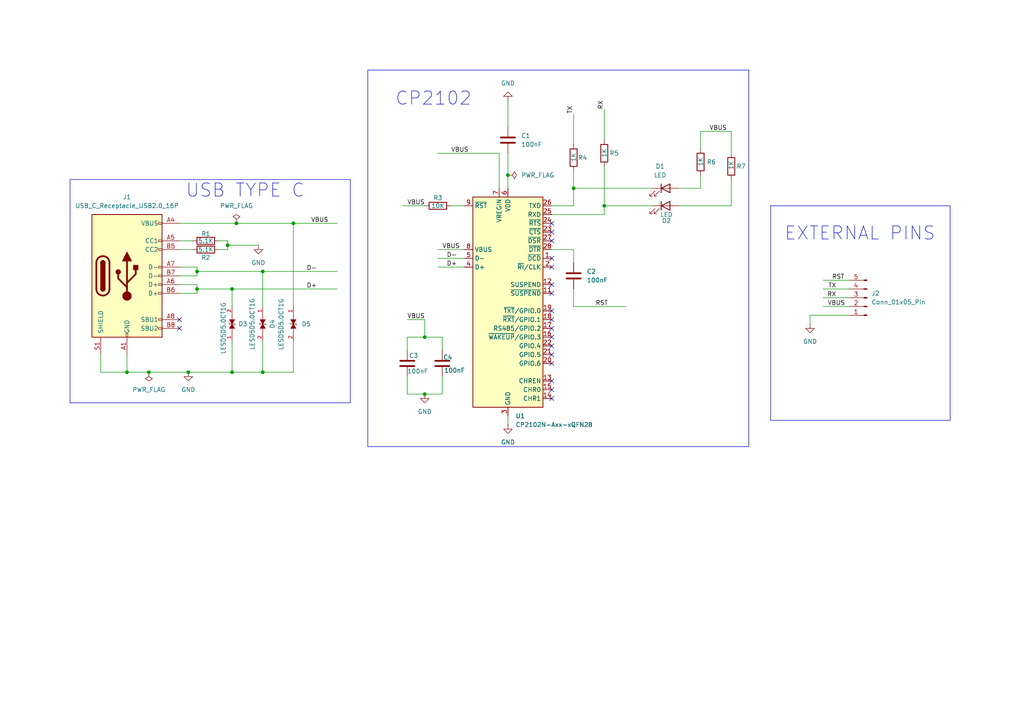
<source format=kicad_sch>
(kicad_sch
	(version 20231120)
	(generator "eeschema")
	(generator_version "8.0")
	(uuid "631c8850-3b03-4682-a33c-e3251ee76052")
	(paper "A4")
	(title_block
		(title "USB to UART converter with CP2102")
		(date "2024-12-20")
		(company "BHARAT PCB")
		(comment 1 "DRAWN BY ASMIT")
	)
	(lib_symbols
		(symbol "Connector:Conn_01x05_Pin"
			(pin_names
				(offset 1.016) hide)
			(exclude_from_sim no)
			(in_bom yes)
			(on_board yes)
			(property "Reference" "J"
				(at 0 7.62 0)
				(effects
					(font
						(size 1.27 1.27)
					)
				)
			)
			(property "Value" "Conn_01x05_Pin"
				(at 0 -7.62 0)
				(effects
					(font
						(size 1.27 1.27)
					)
				)
			)
			(property "Footprint" ""
				(at 0 0 0)
				(effects
					(font
						(size 1.27 1.27)
					)
					(hide yes)
				)
			)
			(property "Datasheet" "~"
				(at 0 0 0)
				(effects
					(font
						(size 1.27 1.27)
					)
					(hide yes)
				)
			)
			(property "Description" "Generic connector, single row, 01x05, script generated"
				(at 0 0 0)
				(effects
					(font
						(size 1.27 1.27)
					)
					(hide yes)
				)
			)
			(property "ki_locked" ""
				(at 0 0 0)
				(effects
					(font
						(size 1.27 1.27)
					)
				)
			)
			(property "ki_keywords" "connector"
				(at 0 0 0)
				(effects
					(font
						(size 1.27 1.27)
					)
					(hide yes)
				)
			)
			(property "ki_fp_filters" "Connector*:*_1x??_*"
				(at 0 0 0)
				(effects
					(font
						(size 1.27 1.27)
					)
					(hide yes)
				)
			)
			(symbol "Conn_01x05_Pin_1_1"
				(polyline
					(pts
						(xy 1.27 -5.08) (xy 0.8636 -5.08)
					)
					(stroke
						(width 0.1524)
						(type default)
					)
					(fill
						(type none)
					)
				)
				(polyline
					(pts
						(xy 1.27 -2.54) (xy 0.8636 -2.54)
					)
					(stroke
						(width 0.1524)
						(type default)
					)
					(fill
						(type none)
					)
				)
				(polyline
					(pts
						(xy 1.27 0) (xy 0.8636 0)
					)
					(stroke
						(width 0.1524)
						(type default)
					)
					(fill
						(type none)
					)
				)
				(polyline
					(pts
						(xy 1.27 2.54) (xy 0.8636 2.54)
					)
					(stroke
						(width 0.1524)
						(type default)
					)
					(fill
						(type none)
					)
				)
				(polyline
					(pts
						(xy 1.27 5.08) (xy 0.8636 5.08)
					)
					(stroke
						(width 0.1524)
						(type default)
					)
					(fill
						(type none)
					)
				)
				(rectangle
					(start 0.8636 -4.953)
					(end 0 -5.207)
					(stroke
						(width 0.1524)
						(type default)
					)
					(fill
						(type outline)
					)
				)
				(rectangle
					(start 0.8636 -2.413)
					(end 0 -2.667)
					(stroke
						(width 0.1524)
						(type default)
					)
					(fill
						(type outline)
					)
				)
				(rectangle
					(start 0.8636 0.127)
					(end 0 -0.127)
					(stroke
						(width 0.1524)
						(type default)
					)
					(fill
						(type outline)
					)
				)
				(rectangle
					(start 0.8636 2.667)
					(end 0 2.413)
					(stroke
						(width 0.1524)
						(type default)
					)
					(fill
						(type outline)
					)
				)
				(rectangle
					(start 0.8636 5.207)
					(end 0 4.953)
					(stroke
						(width 0.1524)
						(type default)
					)
					(fill
						(type outline)
					)
				)
				(pin passive line
					(at 5.08 5.08 180)
					(length 3.81)
					(name "Pin_1"
						(effects
							(font
								(size 1.27 1.27)
							)
						)
					)
					(number "1"
						(effects
							(font
								(size 1.27 1.27)
							)
						)
					)
				)
				(pin passive line
					(at 5.08 2.54 180)
					(length 3.81)
					(name "Pin_2"
						(effects
							(font
								(size 1.27 1.27)
							)
						)
					)
					(number "2"
						(effects
							(font
								(size 1.27 1.27)
							)
						)
					)
				)
				(pin passive line
					(at 5.08 0 180)
					(length 3.81)
					(name "Pin_3"
						(effects
							(font
								(size 1.27 1.27)
							)
						)
					)
					(number "3"
						(effects
							(font
								(size 1.27 1.27)
							)
						)
					)
				)
				(pin passive line
					(at 5.08 -2.54 180)
					(length 3.81)
					(name "Pin_4"
						(effects
							(font
								(size 1.27 1.27)
							)
						)
					)
					(number "4"
						(effects
							(font
								(size 1.27 1.27)
							)
						)
					)
				)
				(pin passive line
					(at 5.08 -5.08 180)
					(length 3.81)
					(name "Pin_5"
						(effects
							(font
								(size 1.27 1.27)
							)
						)
					)
					(number "5"
						(effects
							(font
								(size 1.27 1.27)
							)
						)
					)
				)
			)
		)
		(symbol "Connector:USB_C_Receptacle_USB2.0_16P"
			(pin_names
				(offset 1.016)
			)
			(exclude_from_sim no)
			(in_bom yes)
			(on_board yes)
			(property "Reference" "J"
				(at 0 22.225 0)
				(effects
					(font
						(size 1.27 1.27)
					)
				)
			)
			(property "Value" "USB_C_Receptacle_USB2.0_16P"
				(at 0 19.685 0)
				(effects
					(font
						(size 1.27 1.27)
					)
				)
			)
			(property "Footprint" ""
				(at 3.81 0 0)
				(effects
					(font
						(size 1.27 1.27)
					)
					(hide yes)
				)
			)
			(property "Datasheet" "https://www.usb.org/sites/default/files/documents/usb_type-c.zip"
				(at 3.81 0 0)
				(effects
					(font
						(size 1.27 1.27)
					)
					(hide yes)
				)
			)
			(property "Description" "USB 2.0-only 16P Type-C Receptacle connector"
				(at 0 0 0)
				(effects
					(font
						(size 1.27 1.27)
					)
					(hide yes)
				)
			)
			(property "ki_keywords" "usb universal serial bus type-C USB2.0"
				(at 0 0 0)
				(effects
					(font
						(size 1.27 1.27)
					)
					(hide yes)
				)
			)
			(property "ki_fp_filters" "USB*C*Receptacle*"
				(at 0 0 0)
				(effects
					(font
						(size 1.27 1.27)
					)
					(hide yes)
				)
			)
			(symbol "USB_C_Receptacle_USB2.0_16P_0_0"
				(rectangle
					(start -0.254 -17.78)
					(end 0.254 -16.764)
					(stroke
						(width 0)
						(type default)
					)
					(fill
						(type none)
					)
				)
				(rectangle
					(start 10.16 -14.986)
					(end 9.144 -15.494)
					(stroke
						(width 0)
						(type default)
					)
					(fill
						(type none)
					)
				)
				(rectangle
					(start 10.16 -12.446)
					(end 9.144 -12.954)
					(stroke
						(width 0)
						(type default)
					)
					(fill
						(type none)
					)
				)
				(rectangle
					(start 10.16 -4.826)
					(end 9.144 -5.334)
					(stroke
						(width 0)
						(type default)
					)
					(fill
						(type none)
					)
				)
				(rectangle
					(start 10.16 -2.286)
					(end 9.144 -2.794)
					(stroke
						(width 0)
						(type default)
					)
					(fill
						(type none)
					)
				)
				(rectangle
					(start 10.16 0.254)
					(end 9.144 -0.254)
					(stroke
						(width 0)
						(type default)
					)
					(fill
						(type none)
					)
				)
				(rectangle
					(start 10.16 2.794)
					(end 9.144 2.286)
					(stroke
						(width 0)
						(type default)
					)
					(fill
						(type none)
					)
				)
				(rectangle
					(start 10.16 7.874)
					(end 9.144 7.366)
					(stroke
						(width 0)
						(type default)
					)
					(fill
						(type none)
					)
				)
				(rectangle
					(start 10.16 10.414)
					(end 9.144 9.906)
					(stroke
						(width 0)
						(type default)
					)
					(fill
						(type none)
					)
				)
				(rectangle
					(start 10.16 15.494)
					(end 9.144 14.986)
					(stroke
						(width 0)
						(type default)
					)
					(fill
						(type none)
					)
				)
			)
			(symbol "USB_C_Receptacle_USB2.0_16P_0_1"
				(rectangle
					(start -10.16 17.78)
					(end 10.16 -17.78)
					(stroke
						(width 0.254)
						(type default)
					)
					(fill
						(type background)
					)
				)
				(arc
					(start -8.89 -3.81)
					(mid -6.985 -5.7067)
					(end -5.08 -3.81)
					(stroke
						(width 0.508)
						(type default)
					)
					(fill
						(type none)
					)
				)
				(arc
					(start -7.62 -3.81)
					(mid -6.985 -4.4423)
					(end -6.35 -3.81)
					(stroke
						(width 0.254)
						(type default)
					)
					(fill
						(type none)
					)
				)
				(arc
					(start -7.62 -3.81)
					(mid -6.985 -4.4423)
					(end -6.35 -3.81)
					(stroke
						(width 0.254)
						(type default)
					)
					(fill
						(type outline)
					)
				)
				(rectangle
					(start -7.62 -3.81)
					(end -6.35 3.81)
					(stroke
						(width 0.254)
						(type default)
					)
					(fill
						(type outline)
					)
				)
				(arc
					(start -6.35 3.81)
					(mid -6.985 4.4423)
					(end -7.62 3.81)
					(stroke
						(width 0.254)
						(type default)
					)
					(fill
						(type none)
					)
				)
				(arc
					(start -6.35 3.81)
					(mid -6.985 4.4423)
					(end -7.62 3.81)
					(stroke
						(width 0.254)
						(type default)
					)
					(fill
						(type outline)
					)
				)
				(arc
					(start -5.08 3.81)
					(mid -6.985 5.7067)
					(end -8.89 3.81)
					(stroke
						(width 0.508)
						(type default)
					)
					(fill
						(type none)
					)
				)
				(circle
					(center -2.54 1.143)
					(radius 0.635)
					(stroke
						(width 0.254)
						(type default)
					)
					(fill
						(type outline)
					)
				)
				(circle
					(center 0 -5.842)
					(radius 1.27)
					(stroke
						(width 0)
						(type default)
					)
					(fill
						(type outline)
					)
				)
				(polyline
					(pts
						(xy -8.89 -3.81) (xy -8.89 3.81)
					)
					(stroke
						(width 0.508)
						(type default)
					)
					(fill
						(type none)
					)
				)
				(polyline
					(pts
						(xy -5.08 3.81) (xy -5.08 -3.81)
					)
					(stroke
						(width 0.508)
						(type default)
					)
					(fill
						(type none)
					)
				)
				(polyline
					(pts
						(xy 0 -5.842) (xy 0 4.318)
					)
					(stroke
						(width 0.508)
						(type default)
					)
					(fill
						(type none)
					)
				)
				(polyline
					(pts
						(xy 0 -3.302) (xy -2.54 -0.762) (xy -2.54 0.508)
					)
					(stroke
						(width 0.508)
						(type default)
					)
					(fill
						(type none)
					)
				)
				(polyline
					(pts
						(xy 0 -2.032) (xy 2.54 0.508) (xy 2.54 1.778)
					)
					(stroke
						(width 0.508)
						(type default)
					)
					(fill
						(type none)
					)
				)
				(polyline
					(pts
						(xy -1.27 4.318) (xy 0 6.858) (xy 1.27 4.318) (xy -1.27 4.318)
					)
					(stroke
						(width 0.254)
						(type default)
					)
					(fill
						(type outline)
					)
				)
				(rectangle
					(start 1.905 1.778)
					(end 3.175 3.048)
					(stroke
						(width 0.254)
						(type default)
					)
					(fill
						(type outline)
					)
				)
			)
			(symbol "USB_C_Receptacle_USB2.0_16P_1_1"
				(pin passive line
					(at 0 -22.86 90)
					(length 5.08)
					(name "GND"
						(effects
							(font
								(size 1.27 1.27)
							)
						)
					)
					(number "A1"
						(effects
							(font
								(size 1.27 1.27)
							)
						)
					)
				)
				(pin passive line
					(at 0 -22.86 90)
					(length 5.08) hide
					(name "GND"
						(effects
							(font
								(size 1.27 1.27)
							)
						)
					)
					(number "A12"
						(effects
							(font
								(size 1.27 1.27)
							)
						)
					)
				)
				(pin passive line
					(at 15.24 15.24 180)
					(length 5.08)
					(name "VBUS"
						(effects
							(font
								(size 1.27 1.27)
							)
						)
					)
					(number "A4"
						(effects
							(font
								(size 1.27 1.27)
							)
						)
					)
				)
				(pin bidirectional line
					(at 15.24 10.16 180)
					(length 5.08)
					(name "CC1"
						(effects
							(font
								(size 1.27 1.27)
							)
						)
					)
					(number "A5"
						(effects
							(font
								(size 1.27 1.27)
							)
						)
					)
				)
				(pin bidirectional line
					(at 15.24 -2.54 180)
					(length 5.08)
					(name "D+"
						(effects
							(font
								(size 1.27 1.27)
							)
						)
					)
					(number "A6"
						(effects
							(font
								(size 1.27 1.27)
							)
						)
					)
				)
				(pin bidirectional line
					(at 15.24 2.54 180)
					(length 5.08)
					(name "D-"
						(effects
							(font
								(size 1.27 1.27)
							)
						)
					)
					(number "A7"
						(effects
							(font
								(size 1.27 1.27)
							)
						)
					)
				)
				(pin bidirectional line
					(at 15.24 -12.7 180)
					(length 5.08)
					(name "SBU1"
						(effects
							(font
								(size 1.27 1.27)
							)
						)
					)
					(number "A8"
						(effects
							(font
								(size 1.27 1.27)
							)
						)
					)
				)
				(pin passive line
					(at 15.24 15.24 180)
					(length 5.08) hide
					(name "VBUS"
						(effects
							(font
								(size 1.27 1.27)
							)
						)
					)
					(number "A9"
						(effects
							(font
								(size 1.27 1.27)
							)
						)
					)
				)
				(pin passive line
					(at 0 -22.86 90)
					(length 5.08) hide
					(name "GND"
						(effects
							(font
								(size 1.27 1.27)
							)
						)
					)
					(number "B1"
						(effects
							(font
								(size 1.27 1.27)
							)
						)
					)
				)
				(pin passive line
					(at 0 -22.86 90)
					(length 5.08) hide
					(name "GND"
						(effects
							(font
								(size 1.27 1.27)
							)
						)
					)
					(number "B12"
						(effects
							(font
								(size 1.27 1.27)
							)
						)
					)
				)
				(pin passive line
					(at 15.24 15.24 180)
					(length 5.08) hide
					(name "VBUS"
						(effects
							(font
								(size 1.27 1.27)
							)
						)
					)
					(number "B4"
						(effects
							(font
								(size 1.27 1.27)
							)
						)
					)
				)
				(pin bidirectional line
					(at 15.24 7.62 180)
					(length 5.08)
					(name "CC2"
						(effects
							(font
								(size 1.27 1.27)
							)
						)
					)
					(number "B5"
						(effects
							(font
								(size 1.27 1.27)
							)
						)
					)
				)
				(pin bidirectional line
					(at 15.24 -5.08 180)
					(length 5.08)
					(name "D+"
						(effects
							(font
								(size 1.27 1.27)
							)
						)
					)
					(number "B6"
						(effects
							(font
								(size 1.27 1.27)
							)
						)
					)
				)
				(pin bidirectional line
					(at 15.24 0 180)
					(length 5.08)
					(name "D-"
						(effects
							(font
								(size 1.27 1.27)
							)
						)
					)
					(number "B7"
						(effects
							(font
								(size 1.27 1.27)
							)
						)
					)
				)
				(pin bidirectional line
					(at 15.24 -15.24 180)
					(length 5.08)
					(name "SBU2"
						(effects
							(font
								(size 1.27 1.27)
							)
						)
					)
					(number "B8"
						(effects
							(font
								(size 1.27 1.27)
							)
						)
					)
				)
				(pin passive line
					(at 15.24 15.24 180)
					(length 5.08) hide
					(name "VBUS"
						(effects
							(font
								(size 1.27 1.27)
							)
						)
					)
					(number "B9"
						(effects
							(font
								(size 1.27 1.27)
							)
						)
					)
				)
				(pin passive line
					(at -7.62 -22.86 90)
					(length 5.08)
					(name "SHIELD"
						(effects
							(font
								(size 1.27 1.27)
							)
						)
					)
					(number "S1"
						(effects
							(font
								(size 1.27 1.27)
							)
						)
					)
				)
			)
		)
		(symbol "Device:C"
			(pin_numbers hide)
			(pin_names
				(offset 0.254)
			)
			(exclude_from_sim no)
			(in_bom yes)
			(on_board yes)
			(property "Reference" "C"
				(at 0.635 2.54 0)
				(effects
					(font
						(size 1.27 1.27)
					)
					(justify left)
				)
			)
			(property "Value" "C"
				(at 0.635 -2.54 0)
				(effects
					(font
						(size 1.27 1.27)
					)
					(justify left)
				)
			)
			(property "Footprint" ""
				(at 0.9652 -3.81 0)
				(effects
					(font
						(size 1.27 1.27)
					)
					(hide yes)
				)
			)
			(property "Datasheet" "~"
				(at 0 0 0)
				(effects
					(font
						(size 1.27 1.27)
					)
					(hide yes)
				)
			)
			(property "Description" "Unpolarized capacitor"
				(at 0 0 0)
				(effects
					(font
						(size 1.27 1.27)
					)
					(hide yes)
				)
			)
			(property "ki_keywords" "cap capacitor"
				(at 0 0 0)
				(effects
					(font
						(size 1.27 1.27)
					)
					(hide yes)
				)
			)
			(property "ki_fp_filters" "C_*"
				(at 0 0 0)
				(effects
					(font
						(size 1.27 1.27)
					)
					(hide yes)
				)
			)
			(symbol "C_0_1"
				(polyline
					(pts
						(xy -2.032 -0.762) (xy 2.032 -0.762)
					)
					(stroke
						(width 0.508)
						(type default)
					)
					(fill
						(type none)
					)
				)
				(polyline
					(pts
						(xy -2.032 0.762) (xy 2.032 0.762)
					)
					(stroke
						(width 0.508)
						(type default)
					)
					(fill
						(type none)
					)
				)
			)
			(symbol "C_1_1"
				(pin passive line
					(at 0 3.81 270)
					(length 2.794)
					(name "~"
						(effects
							(font
								(size 1.27 1.27)
							)
						)
					)
					(number "1"
						(effects
							(font
								(size 1.27 1.27)
							)
						)
					)
				)
				(pin passive line
					(at 0 -3.81 90)
					(length 2.794)
					(name "~"
						(effects
							(font
								(size 1.27 1.27)
							)
						)
					)
					(number "2"
						(effects
							(font
								(size 1.27 1.27)
							)
						)
					)
				)
			)
		)
		(symbol "Device:LED"
			(pin_numbers hide)
			(pin_names
				(offset 1.016) hide)
			(exclude_from_sim no)
			(in_bom yes)
			(on_board yes)
			(property "Reference" "D"
				(at 0 2.54 0)
				(effects
					(font
						(size 1.27 1.27)
					)
				)
			)
			(property "Value" "LED"
				(at 0 -2.54 0)
				(effects
					(font
						(size 1.27 1.27)
					)
				)
			)
			(property "Footprint" ""
				(at 0 0 0)
				(effects
					(font
						(size 1.27 1.27)
					)
					(hide yes)
				)
			)
			(property "Datasheet" "~"
				(at 0 0 0)
				(effects
					(font
						(size 1.27 1.27)
					)
					(hide yes)
				)
			)
			(property "Description" "Light emitting diode"
				(at 0 0 0)
				(effects
					(font
						(size 1.27 1.27)
					)
					(hide yes)
				)
			)
			(property "ki_keywords" "LED diode"
				(at 0 0 0)
				(effects
					(font
						(size 1.27 1.27)
					)
					(hide yes)
				)
			)
			(property "ki_fp_filters" "LED* LED_SMD:* LED_THT:*"
				(at 0 0 0)
				(effects
					(font
						(size 1.27 1.27)
					)
					(hide yes)
				)
			)
			(symbol "LED_0_1"
				(polyline
					(pts
						(xy -1.27 -1.27) (xy -1.27 1.27)
					)
					(stroke
						(width 0.254)
						(type default)
					)
					(fill
						(type none)
					)
				)
				(polyline
					(pts
						(xy -1.27 0) (xy 1.27 0)
					)
					(stroke
						(width 0)
						(type default)
					)
					(fill
						(type none)
					)
				)
				(polyline
					(pts
						(xy 1.27 -1.27) (xy 1.27 1.27) (xy -1.27 0) (xy 1.27 -1.27)
					)
					(stroke
						(width 0.254)
						(type default)
					)
					(fill
						(type none)
					)
				)
				(polyline
					(pts
						(xy -3.048 -0.762) (xy -4.572 -2.286) (xy -3.81 -2.286) (xy -4.572 -2.286) (xy -4.572 -1.524)
					)
					(stroke
						(width 0)
						(type default)
					)
					(fill
						(type none)
					)
				)
				(polyline
					(pts
						(xy -1.778 -0.762) (xy -3.302 -2.286) (xy -2.54 -2.286) (xy -3.302 -2.286) (xy -3.302 -1.524)
					)
					(stroke
						(width 0)
						(type default)
					)
					(fill
						(type none)
					)
				)
			)
			(symbol "LED_1_1"
				(pin passive line
					(at -3.81 0 0)
					(length 2.54)
					(name "K"
						(effects
							(font
								(size 1.27 1.27)
							)
						)
					)
					(number "1"
						(effects
							(font
								(size 1.27 1.27)
							)
						)
					)
				)
				(pin passive line
					(at 3.81 0 180)
					(length 2.54)
					(name "A"
						(effects
							(font
								(size 1.27 1.27)
							)
						)
					)
					(number "2"
						(effects
							(font
								(size 1.27 1.27)
							)
						)
					)
				)
			)
		)
		(symbol "Device:R"
			(pin_numbers hide)
			(pin_names
				(offset 0)
			)
			(exclude_from_sim no)
			(in_bom yes)
			(on_board yes)
			(property "Reference" "R"
				(at 2.032 0 90)
				(effects
					(font
						(size 1.27 1.27)
					)
				)
			)
			(property "Value" "R"
				(at 0 0 90)
				(effects
					(font
						(size 1.27 1.27)
					)
				)
			)
			(property "Footprint" ""
				(at -1.778 0 90)
				(effects
					(font
						(size 1.27 1.27)
					)
					(hide yes)
				)
			)
			(property "Datasheet" "~"
				(at 0 0 0)
				(effects
					(font
						(size 1.27 1.27)
					)
					(hide yes)
				)
			)
			(property "Description" "Resistor"
				(at 0 0 0)
				(effects
					(font
						(size 1.27 1.27)
					)
					(hide yes)
				)
			)
			(property "ki_keywords" "R res resistor"
				(at 0 0 0)
				(effects
					(font
						(size 1.27 1.27)
					)
					(hide yes)
				)
			)
			(property "ki_fp_filters" "R_*"
				(at 0 0 0)
				(effects
					(font
						(size 1.27 1.27)
					)
					(hide yes)
				)
			)
			(symbol "R_0_1"
				(rectangle
					(start -1.016 -2.54)
					(end 1.016 2.54)
					(stroke
						(width 0.254)
						(type default)
					)
					(fill
						(type none)
					)
				)
			)
			(symbol "R_1_1"
				(pin passive line
					(at 0 3.81 270)
					(length 1.27)
					(name "~"
						(effects
							(font
								(size 1.27 1.27)
							)
						)
					)
					(number "1"
						(effects
							(font
								(size 1.27 1.27)
							)
						)
					)
				)
				(pin passive line
					(at 0 -3.81 90)
					(length 1.27)
					(name "~"
						(effects
							(font
								(size 1.27 1.27)
							)
						)
					)
					(number "2"
						(effects
							(font
								(size 1.27 1.27)
							)
						)
					)
				)
			)
		)
		(symbol "Interface_USB:CP2102N-Axx-xQFN28"
			(exclude_from_sim no)
			(in_bom yes)
			(on_board yes)
			(property "Reference" "U"
				(at -8.89 31.75 0)
				(effects
					(font
						(size 1.27 1.27)
					)
				)
			)
			(property "Value" "CP2102N-Axx-xQFN28"
				(at 12.7 31.75 0)
				(effects
					(font
						(size 1.27 1.27)
					)
				)
			)
			(property "Footprint" "Package_DFN_QFN:QFN-28-1EP_5x5mm_P0.5mm_EP3.35x3.35mm"
				(at 33.02 -31.75 0)
				(effects
					(font
						(size 1.27 1.27)
					)
					(hide yes)
				)
			)
			(property "Datasheet" "https://www.silabs.com/documents/public/data-sheets/cp2102n-datasheet.pdf"
				(at 1.27 -19.05 0)
				(effects
					(font
						(size 1.27 1.27)
					)
					(hide yes)
				)
			)
			(property "Description" "USB to UART master bridge, QFN-28"
				(at 0 0 0)
				(effects
					(font
						(size 1.27 1.27)
					)
					(hide yes)
				)
			)
			(property "ki_keywords" "USB UART bridge"
				(at 0 0 0)
				(effects
					(font
						(size 1.27 1.27)
					)
					(hide yes)
				)
			)
			(property "ki_fp_filters" "QFN*1EP*5x5mm*P0.5mm*"
				(at 0 0 0)
				(effects
					(font
						(size 1.27 1.27)
					)
					(hide yes)
				)
			)
			(symbol "CP2102N-Axx-xQFN28_0_1"
				(rectangle
					(start -10.16 30.48)
					(end 10.16 -30.48)
					(stroke
						(width 0.254)
						(type default)
					)
					(fill
						(type background)
					)
				)
			)
			(symbol "CP2102N-Axx-xQFN28_1_1"
				(pin input line
					(at 12.7 12.7 180)
					(length 2.54)
					(name "~{DCD}"
						(effects
							(font
								(size 1.27 1.27)
							)
						)
					)
					(number "1"
						(effects
							(font
								(size 1.27 1.27)
							)
						)
					)
				)
				(pin no_connect line
					(at -10.16 -27.94 0)
					(length 2.54) hide
					(name "NC"
						(effects
							(font
								(size 1.27 1.27)
							)
						)
					)
					(number "10"
						(effects
							(font
								(size 1.27 1.27)
							)
						)
					)
				)
				(pin output line
					(at 12.7 2.54 180)
					(length 2.54)
					(name "~{SUSPEND}"
						(effects
							(font
								(size 1.27 1.27)
							)
						)
					)
					(number "11"
						(effects
							(font
								(size 1.27 1.27)
							)
						)
					)
				)
				(pin output line
					(at 12.7 5.08 180)
					(length 2.54)
					(name "SUSPEND"
						(effects
							(font
								(size 1.27 1.27)
							)
						)
					)
					(number "12"
						(effects
							(font
								(size 1.27 1.27)
							)
						)
					)
				)
				(pin output line
					(at 12.7 -22.86 180)
					(length 2.54)
					(name "CHREN"
						(effects
							(font
								(size 1.27 1.27)
							)
						)
					)
					(number "13"
						(effects
							(font
								(size 1.27 1.27)
							)
						)
					)
				)
				(pin output line
					(at 12.7 -27.94 180)
					(length 2.54)
					(name "CHR1"
						(effects
							(font
								(size 1.27 1.27)
							)
						)
					)
					(number "14"
						(effects
							(font
								(size 1.27 1.27)
							)
						)
					)
				)
				(pin output line
					(at 12.7 -25.4 180)
					(length 2.54)
					(name "CHR0"
						(effects
							(font
								(size 1.27 1.27)
							)
						)
					)
					(number "15"
						(effects
							(font
								(size 1.27 1.27)
							)
						)
					)
				)
				(pin bidirectional line
					(at 12.7 -10.16 180)
					(length 2.54)
					(name "~{WAKEUP}/GPIO.3"
						(effects
							(font
								(size 1.27 1.27)
							)
						)
					)
					(number "16"
						(effects
							(font
								(size 1.27 1.27)
							)
						)
					)
				)
				(pin bidirectional line
					(at 12.7 -7.62 180)
					(length 2.54)
					(name "RS485/GPIO.2"
						(effects
							(font
								(size 1.27 1.27)
							)
						)
					)
					(number "17"
						(effects
							(font
								(size 1.27 1.27)
							)
						)
					)
				)
				(pin bidirectional line
					(at 12.7 -5.08 180)
					(length 2.54)
					(name "~{RXT}/GPIO.1"
						(effects
							(font
								(size 1.27 1.27)
							)
						)
					)
					(number "18"
						(effects
							(font
								(size 1.27 1.27)
							)
						)
					)
				)
				(pin bidirectional line
					(at 12.7 -2.54 180)
					(length 2.54)
					(name "~{TXT}/GPIO.0"
						(effects
							(font
								(size 1.27 1.27)
							)
						)
					)
					(number "19"
						(effects
							(font
								(size 1.27 1.27)
							)
						)
					)
				)
				(pin bidirectional line
					(at 12.7 10.16 180)
					(length 2.54)
					(name "~{RI}/CLK"
						(effects
							(font
								(size 1.27 1.27)
							)
						)
					)
					(number "2"
						(effects
							(font
								(size 1.27 1.27)
							)
						)
					)
				)
				(pin bidirectional line
					(at 12.7 -17.78 180)
					(length 2.54)
					(name "GPIO.6"
						(effects
							(font
								(size 1.27 1.27)
							)
						)
					)
					(number "20"
						(effects
							(font
								(size 1.27 1.27)
							)
						)
					)
				)
				(pin bidirectional line
					(at 12.7 -15.24 180)
					(length 2.54)
					(name "GPIO.5"
						(effects
							(font
								(size 1.27 1.27)
							)
						)
					)
					(number "21"
						(effects
							(font
								(size 1.27 1.27)
							)
						)
					)
				)
				(pin bidirectional line
					(at 12.7 -12.7 180)
					(length 2.54)
					(name "GPIO.4"
						(effects
							(font
								(size 1.27 1.27)
							)
						)
					)
					(number "22"
						(effects
							(font
								(size 1.27 1.27)
							)
						)
					)
				)
				(pin input line
					(at 12.7 20.32 180)
					(length 2.54)
					(name "~{CTS}"
						(effects
							(font
								(size 1.27 1.27)
							)
						)
					)
					(number "23"
						(effects
							(font
								(size 1.27 1.27)
							)
						)
					)
				)
				(pin output line
					(at 12.7 22.86 180)
					(length 2.54)
					(name "~{RTS}"
						(effects
							(font
								(size 1.27 1.27)
							)
						)
					)
					(number "24"
						(effects
							(font
								(size 1.27 1.27)
							)
						)
					)
				)
				(pin input line
					(at 12.7 25.4 180)
					(length 2.54)
					(name "RXD"
						(effects
							(font
								(size 1.27 1.27)
							)
						)
					)
					(number "25"
						(effects
							(font
								(size 1.27 1.27)
							)
						)
					)
				)
				(pin output line
					(at 12.7 27.94 180)
					(length 2.54)
					(name "TXD"
						(effects
							(font
								(size 1.27 1.27)
							)
						)
					)
					(number "26"
						(effects
							(font
								(size 1.27 1.27)
							)
						)
					)
				)
				(pin input line
					(at 12.7 17.78 180)
					(length 2.54)
					(name "~{DSR}"
						(effects
							(font
								(size 1.27 1.27)
							)
						)
					)
					(number "27"
						(effects
							(font
								(size 1.27 1.27)
							)
						)
					)
				)
				(pin output line
					(at 12.7 15.24 180)
					(length 2.54)
					(name "~{DTR}"
						(effects
							(font
								(size 1.27 1.27)
							)
						)
					)
					(number "28"
						(effects
							(font
								(size 1.27 1.27)
							)
						)
					)
				)
				(pin passive line
					(at 0 -33.02 90)
					(length 2.54) hide
					(name "GND"
						(effects
							(font
								(size 1.27 1.27)
							)
						)
					)
					(number "29"
						(effects
							(font
								(size 1.27 1.27)
							)
						)
					)
				)
				(pin power_in line
					(at 0 -33.02 90)
					(length 2.54)
					(name "GND"
						(effects
							(font
								(size 1.27 1.27)
							)
						)
					)
					(number "3"
						(effects
							(font
								(size 1.27 1.27)
							)
						)
					)
				)
				(pin bidirectional line
					(at -12.7 10.16 0)
					(length 2.54)
					(name "D+"
						(effects
							(font
								(size 1.27 1.27)
							)
						)
					)
					(number "4"
						(effects
							(font
								(size 1.27 1.27)
							)
						)
					)
				)
				(pin bidirectional line
					(at -12.7 12.7 0)
					(length 2.54)
					(name "D-"
						(effects
							(font
								(size 1.27 1.27)
							)
						)
					)
					(number "5"
						(effects
							(font
								(size 1.27 1.27)
							)
						)
					)
				)
				(pin power_in line
					(at 0 33.02 270)
					(length 2.54)
					(name "VDD"
						(effects
							(font
								(size 1.27 1.27)
							)
						)
					)
					(number "6"
						(effects
							(font
								(size 1.27 1.27)
							)
						)
					)
				)
				(pin power_in line
					(at -2.54 33.02 270)
					(length 2.54)
					(name "VREGIN"
						(effects
							(font
								(size 1.27 1.27)
							)
						)
					)
					(number "7"
						(effects
							(font
								(size 1.27 1.27)
							)
						)
					)
				)
				(pin input line
					(at -12.7 15.24 0)
					(length 2.54)
					(name "VBUS"
						(effects
							(font
								(size 1.27 1.27)
							)
						)
					)
					(number "8"
						(effects
							(font
								(size 1.27 1.27)
							)
						)
					)
				)
				(pin input line
					(at -12.7 27.94 0)
					(length 2.54)
					(name "~{RST}"
						(effects
							(font
								(size 1.27 1.27)
							)
						)
					)
					(number "9"
						(effects
							(font
								(size 1.27 1.27)
							)
						)
					)
				)
			)
		)
		(symbol "LESD5D5.0CT1G:LESD5D5.0CT1G"
			(pin_names
				(offset 1.016)
			)
			(exclude_from_sim no)
			(in_bom yes)
			(on_board yes)
			(property "Reference" "D"
				(at -5.08 2.54 0)
				(effects
					(font
						(size 1.27 1.27)
					)
					(justify left bottom)
				)
			)
			(property "Value" "LESD5D5.0CT1G"
				(at -5.08 -5.08 0)
				(effects
					(font
						(size 1.27 1.27)
					)
					(justify left bottom)
				)
			)
			(property "Footprint" "LESD5D5.0CT1G:TVS_LESD5D5.0CT1G"
				(at 0 0 0)
				(effects
					(font
						(size 1.27 1.27)
					)
					(justify bottom)
					(hide yes)
				)
			)
			(property "Datasheet" ""
				(at 0 0 0)
				(effects
					(font
						(size 1.27 1.27)
					)
					(hide yes)
				)
			)
			(property "Description" ""
				(at 0 0 0)
				(effects
					(font
						(size 1.27 1.27)
					)
					(hide yes)
				)
			)
			(property "MF" "Leshan Radio Co."
				(at 0 0 0)
				(effects
					(font
						(size 1.27 1.27)
					)
					(justify bottom)
					(hide yes)
				)
			)
			(property "MAXIMUM_PACKAGE_HEIGHT" "0.7 mm"
				(at 0 0 0)
				(effects
					(font
						(size 1.27 1.27)
					)
					(justify bottom)
					(hide yes)
				)
			)
			(property "Package" "None"
				(at 0 0 0)
				(effects
					(font
						(size 1.27 1.27)
					)
					(justify bottom)
					(hide yes)
				)
			)
			(property "Price" "None"
				(at 0 0 0)
				(effects
					(font
						(size 1.27 1.27)
					)
					(justify bottom)
					(hide yes)
				)
			)
			(property "Check_prices" "https://www.snapeda.com/parts/LESD5D5.0CT1G/Leshan+Radio/view-part/?ref=eda"
				(at 0 0 0)
				(effects
					(font
						(size 1.27 1.27)
					)
					(justify bottom)
					(hide yes)
				)
			)
			(property "STANDARD" "Manufacturer Recommendations"
				(at 0 0 0)
				(effects
					(font
						(size 1.27 1.27)
					)
					(justify bottom)
					(hide yes)
				)
			)
			(property "PARTREV" "O"
				(at 0 0 0)
				(effects
					(font
						(size 1.27 1.27)
					)
					(justify bottom)
					(hide yes)
				)
			)
			(property "SnapEDA_Link" "https://www.snapeda.com/parts/LESD5D5.0CT1G/Leshan+Radio/view-part/?ref=snap"
				(at 0 0 0)
				(effects
					(font
						(size 1.27 1.27)
					)
					(justify bottom)
					(hide yes)
				)
			)
			(property "MP" "LESD5D5.0CT1G"
				(at 0 0 0)
				(effects
					(font
						(size 1.27 1.27)
					)
					(justify bottom)
					(hide yes)
				)
			)
			(property "Description_1" "\n                        \n                            Transient Voltage Suppressors for ESD Protection\n                        \n"
				(at 0 0 0)
				(effects
					(font
						(size 1.27 1.27)
					)
					(justify bottom)
					(hide yes)
				)
			)
			(property "Availability" "In Stock"
				(at 0 0 0)
				(effects
					(font
						(size 1.27 1.27)
					)
					(justify bottom)
					(hide yes)
				)
			)
			(property "MANUFACTURER" "LRC"
				(at 0 0 0)
				(effects
					(font
						(size 1.27 1.27)
					)
					(justify bottom)
					(hide yes)
				)
			)
			(symbol "LESD5D5.0CT1G_0_0"
				(polyline
					(pts
						(xy -1.27 0) (xy -2.54 0)
					)
					(stroke
						(width 0.1524)
						(type default)
					)
					(fill
						(type none)
					)
				)
				(polyline
					(pts
						(xy 0 -0.762) (xy -0.254 -1.016)
					)
					(stroke
						(width 0.1524)
						(type default)
					)
					(fill
						(type none)
					)
				)
				(polyline
					(pts
						(xy 0 -0.762) (xy 0 0.762)
					)
					(stroke
						(width 0.1524)
						(type default)
					)
					(fill
						(type none)
					)
				)
				(polyline
					(pts
						(xy 0 0.762) (xy 0.254 1.016)
					)
					(stroke
						(width 0.1524)
						(type default)
					)
					(fill
						(type none)
					)
				)
				(polyline
					(pts
						(xy 1.27 0) (xy 2.54 0)
					)
					(stroke
						(width 0.1524)
						(type default)
					)
					(fill
						(type none)
					)
				)
				(polyline
					(pts
						(xy 0 0) (xy -1.27 -0.762) (xy -1.27 0.762) (xy 0 0)
					)
					(stroke
						(width 0.1524)
						(type default)
					)
					(fill
						(type outline)
					)
				)
				(polyline
					(pts
						(xy 0 0) (xy 1.27 0.762) (xy 1.27 -0.762) (xy 0 0)
					)
					(stroke
						(width 0.1524)
						(type default)
					)
					(fill
						(type outline)
					)
				)
				(pin passive line
					(at -5.08 0 0)
					(length 2.54)
					(name "~"
						(effects
							(font
								(size 1.016 1.016)
							)
						)
					)
					(number "1"
						(effects
							(font
								(size 1.016 1.016)
							)
						)
					)
				)
				(pin passive line
					(at 5.08 0 180)
					(length 2.54)
					(name "~"
						(effects
							(font
								(size 1.016 1.016)
							)
						)
					)
					(number "2"
						(effects
							(font
								(size 1.016 1.016)
							)
						)
					)
				)
			)
		)
		(symbol "power:GND"
			(power)
			(pin_numbers hide)
			(pin_names
				(offset 0) hide)
			(exclude_from_sim no)
			(in_bom yes)
			(on_board yes)
			(property "Reference" "#PWR"
				(at 0 -6.35 0)
				(effects
					(font
						(size 1.27 1.27)
					)
					(hide yes)
				)
			)
			(property "Value" "GND"
				(at 0 -3.81 0)
				(effects
					(font
						(size 1.27 1.27)
					)
				)
			)
			(property "Footprint" ""
				(at 0 0 0)
				(effects
					(font
						(size 1.27 1.27)
					)
					(hide yes)
				)
			)
			(property "Datasheet" ""
				(at 0 0 0)
				(effects
					(font
						(size 1.27 1.27)
					)
					(hide yes)
				)
			)
			(property "Description" "Power symbol creates a global label with name \"GND\" , ground"
				(at 0 0 0)
				(effects
					(font
						(size 1.27 1.27)
					)
					(hide yes)
				)
			)
			(property "ki_keywords" "global power"
				(at 0 0 0)
				(effects
					(font
						(size 1.27 1.27)
					)
					(hide yes)
				)
			)
			(symbol "GND_0_1"
				(polyline
					(pts
						(xy 0 0) (xy 0 -1.27) (xy 1.27 -1.27) (xy 0 -2.54) (xy -1.27 -1.27) (xy 0 -1.27)
					)
					(stroke
						(width 0)
						(type default)
					)
					(fill
						(type none)
					)
				)
			)
			(symbol "GND_1_1"
				(pin power_in line
					(at 0 0 270)
					(length 0)
					(name "~"
						(effects
							(font
								(size 1.27 1.27)
							)
						)
					)
					(number "1"
						(effects
							(font
								(size 1.27 1.27)
							)
						)
					)
				)
			)
		)
		(symbol "power:PWR_FLAG"
			(power)
			(pin_numbers hide)
			(pin_names
				(offset 0) hide)
			(exclude_from_sim no)
			(in_bom yes)
			(on_board yes)
			(property "Reference" "#FLG"
				(at 0 1.905 0)
				(effects
					(font
						(size 1.27 1.27)
					)
					(hide yes)
				)
			)
			(property "Value" "PWR_FLAG"
				(at 0 3.81 0)
				(effects
					(font
						(size 1.27 1.27)
					)
				)
			)
			(property "Footprint" ""
				(at 0 0 0)
				(effects
					(font
						(size 1.27 1.27)
					)
					(hide yes)
				)
			)
			(property "Datasheet" "~"
				(at 0 0 0)
				(effects
					(font
						(size 1.27 1.27)
					)
					(hide yes)
				)
			)
			(property "Description" "Special symbol for telling ERC where power comes from"
				(at 0 0 0)
				(effects
					(font
						(size 1.27 1.27)
					)
					(hide yes)
				)
			)
			(property "ki_keywords" "flag power"
				(at 0 0 0)
				(effects
					(font
						(size 1.27 1.27)
					)
					(hide yes)
				)
			)
			(symbol "PWR_FLAG_0_0"
				(pin power_out line
					(at 0 0 90)
					(length 0)
					(name "~"
						(effects
							(font
								(size 1.27 1.27)
							)
						)
					)
					(number "1"
						(effects
							(font
								(size 1.27 1.27)
							)
						)
					)
				)
			)
			(symbol "PWR_FLAG_0_1"
				(polyline
					(pts
						(xy 0 0) (xy 0 1.27) (xy -1.016 1.905) (xy 0 2.54) (xy 1.016 1.905) (xy 0 1.27)
					)
					(stroke
						(width 0)
						(type default)
					)
					(fill
						(type none)
					)
				)
			)
		)
	)
	(junction
		(at 123.19 114.3)
		(diameter 0)
		(color 0 0 0 0)
		(uuid "107fe935-b020-4468-a43b-41fa9d7cbb47")
	)
	(junction
		(at 67.31 83.82)
		(diameter 0)
		(color 0 0 0 0)
		(uuid "402c3dcf-180a-4c4a-88d5-37544c6bfbb6")
	)
	(junction
		(at 123.19 97.79)
		(diameter 0)
		(color 0 0 0 0)
		(uuid "420f03bb-f1b2-4ce3-b9e6-3b1c7c318a45")
	)
	(junction
		(at 175.26 59.69)
		(diameter 0)
		(color 0 0 0 0)
		(uuid "6eca8509-be5e-437c-b7b8-02f09d607c17")
	)
	(junction
		(at 147.32 50.8)
		(diameter 0)
		(color 0 0 0 0)
		(uuid "953475c3-35db-4408-843e-56c9b61b170d")
	)
	(junction
		(at 76.2 107.95)
		(diameter 0)
		(color 0 0 0 0)
		(uuid "b683159c-4ad3-4590-b349-f0c2273a4f2c")
	)
	(junction
		(at 66.04 71.12)
		(diameter 0)
		(color 0 0 0 0)
		(uuid "b8061234-47ce-448d-90cf-7bd5e1818d00")
	)
	(junction
		(at 54.61 107.95)
		(diameter 0)
		(color 0 0 0 0)
		(uuid "ba79302e-fed5-487b-9963-76adb0f7c1a8")
	)
	(junction
		(at 57.15 83.82)
		(diameter 0)
		(color 0 0 0 0)
		(uuid "ce4d4b8d-f332-4346-912f-77e24a18a233")
	)
	(junction
		(at 76.2 78.74)
		(diameter 0)
		(color 0 0 0 0)
		(uuid "d3da45e0-868d-4399-ab7c-af634cc923ed")
	)
	(junction
		(at 67.31 107.95)
		(diameter 0)
		(color 0 0 0 0)
		(uuid "d51d799a-3fd2-440e-a123-52abbd2a036d")
	)
	(junction
		(at 85.09 64.77)
		(diameter 0)
		(color 0 0 0 0)
		(uuid "d708b2ef-79bd-444a-85f6-1561d2b5834e")
	)
	(junction
		(at 166.37 54.61)
		(diameter 0)
		(color 0 0 0 0)
		(uuid "d7cd12d0-9c23-4cb9-a5ea-4d158e1e571b")
	)
	(junction
		(at 68.58 64.77)
		(diameter 0)
		(color 0 0 0 0)
		(uuid "db0425ab-7d8b-4e95-8958-2f201d029af6")
	)
	(junction
		(at 36.83 107.95)
		(diameter 0)
		(color 0 0 0 0)
		(uuid "dcca5d30-f9d4-4e85-990b-81a226e1f932")
	)
	(junction
		(at 43.18 107.95)
		(diameter 0)
		(color 0 0 0 0)
		(uuid "e4343153-7f15-412c-b53b-9dbd4a207dc7")
	)
	(junction
		(at 57.15 78.74)
		(diameter 0)
		(color 0 0 0 0)
		(uuid "e97bc2eb-a7a3-413f-82d3-4ccd8c2fa983")
	)
	(no_connect
		(at 160.02 67.31)
		(uuid "0234938f-fc3d-4aa2-8d80-3bccb60bd5e4")
	)
	(no_connect
		(at 160.02 100.33)
		(uuid "0d0daffd-8437-490f-81c2-87858fca5ddd")
	)
	(no_connect
		(at 52.07 95.25)
		(uuid "11bba9e6-9a0b-4fcf-9af7-5bdd0dd4965e")
	)
	(no_connect
		(at 160.02 74.93)
		(uuid "1e545942-5844-4407-8797-ebaa421ef2da")
	)
	(no_connect
		(at 160.02 105.41)
		(uuid "2571bcc3-df0d-4a67-9195-99147f911b13")
	)
	(no_connect
		(at 160.02 82.55)
		(uuid "391ef604-e291-49dc-96ef-e0a2d1269756")
	)
	(no_connect
		(at 160.02 115.57)
		(uuid "3d3c6786-2fe0-4edd-8a8e-3cae092b9db7")
	)
	(no_connect
		(at 160.02 110.49)
		(uuid "5b463e40-0807-4fae-8824-d065e7752014")
	)
	(no_connect
		(at 160.02 113.03)
		(uuid "6f6ffcc9-2bd0-4ace-a3db-7459dd3bf1d5")
	)
	(no_connect
		(at 52.07 92.71)
		(uuid "73ae0c30-418b-49ca-ae67-c654ca88435b")
	)
	(no_connect
		(at 160.02 85.09)
		(uuid "80349448-5551-4244-9b10-95446805925b")
	)
	(no_connect
		(at 160.02 102.87)
		(uuid "8c5eda0d-97e3-4c67-b659-3daddb2835c9")
	)
	(no_connect
		(at 160.02 97.79)
		(uuid "8f06d707-eb27-47a7-8070-fbe72268b0e9")
	)
	(no_connect
		(at 160.02 92.71)
		(uuid "99d89c4c-4a1c-40ef-87ba-d7ac9b61eafb")
	)
	(no_connect
		(at 160.02 90.17)
		(uuid "9dac8407-53b2-4d10-a8d8-26b5f1b5dd35")
	)
	(no_connect
		(at 160.02 77.47)
		(uuid "a26e6e08-2941-4812-93e1-4b2a81fb8678")
	)
	(no_connect
		(at 160.02 69.85)
		(uuid "b4bc123f-286a-4908-b4ba-1b536c71d0f6")
	)
	(no_connect
		(at 160.02 64.77)
		(uuid "bc28cf14-0f0f-4450-ab39-75a9c46a6ec4")
	)
	(no_connect
		(at 160.02 95.25)
		(uuid "d978d355-61c4-4db8-825b-c2758b45bbd2")
	)
	(wire
		(pts
			(xy 234.95 91.44) (xy 246.38 91.44)
		)
		(stroke
			(width 0)
			(type default)
		)
		(uuid "03bb1da1-d141-4c9e-bfa9-bcfce3909313")
	)
	(wire
		(pts
			(xy 175.26 59.69) (xy 189.23 59.69)
		)
		(stroke
			(width 0)
			(type default)
		)
		(uuid "0556f794-f9f9-4f9c-928f-093fa3f56d1c")
	)
	(wire
		(pts
			(xy 67.31 107.95) (xy 54.61 107.95)
		)
		(stroke
			(width 0)
			(type default)
		)
		(uuid "05ee5b21-903e-4bac-bfcb-2bf5f025a29d")
	)
	(wire
		(pts
			(xy 118.11 92.71) (xy 123.19 92.71)
		)
		(stroke
			(width 0)
			(type default)
		)
		(uuid "0665f154-28fd-4bc3-a24a-16be2af22958")
	)
	(wire
		(pts
			(xy 76.2 78.74) (xy 57.15 78.74)
		)
		(stroke
			(width 0)
			(type default)
		)
		(uuid "09b97907-8832-46f4-bfef-49ba3fe15f14")
	)
	(wire
		(pts
			(xy 63.5 69.85) (xy 66.04 69.85)
		)
		(stroke
			(width 0)
			(type default)
		)
		(uuid "0f1e4656-a147-485c-bc90-7cee76eeba0a")
	)
	(wire
		(pts
			(xy 144.78 54.61) (xy 144.78 44.45)
		)
		(stroke
			(width 0)
			(type default)
		)
		(uuid "102a7851-d8f6-456e-8853-99e3626bfef0")
	)
	(wire
		(pts
			(xy 175.26 31.75) (xy 175.26 40.64)
		)
		(stroke
			(width 0)
			(type default)
		)
		(uuid "138f8d2b-0970-40e1-82e3-fdcf22ca0248")
	)
	(wire
		(pts
			(xy 147.32 120.65) (xy 147.32 123.19)
		)
		(stroke
			(width 0)
			(type default)
		)
		(uuid "14353499-2204-4863-9399-38b38217d6dd")
	)
	(wire
		(pts
			(xy 212.09 52.07) (xy 212.09 59.69)
		)
		(stroke
			(width 0)
			(type default)
		)
		(uuid "16f30f59-65fe-4149-a937-562d58beb636")
	)
	(wire
		(pts
			(xy 66.04 71.12) (xy 66.04 72.39)
		)
		(stroke
			(width 0)
			(type default)
		)
		(uuid "19948ab3-6534-4491-9539-85666ea67b7c")
	)
	(wire
		(pts
			(xy 67.31 83.82) (xy 57.15 83.82)
		)
		(stroke
			(width 0)
			(type default)
		)
		(uuid "32a83d5e-66b7-45d3-a035-dc47abae5112")
	)
	(wire
		(pts
			(xy 147.32 44.45) (xy 147.32 50.8)
		)
		(stroke
			(width 0)
			(type default)
		)
		(uuid "38b7bdeb-4fc6-439e-a204-6b2fdcfe4dc5")
	)
	(wire
		(pts
			(xy 118.11 101.6) (xy 118.11 97.79)
		)
		(stroke
			(width 0)
			(type default)
		)
		(uuid "3bdbfc19-1e0b-42e7-b2f1-66ff812a9797")
	)
	(wire
		(pts
			(xy 29.21 107.95) (xy 36.83 107.95)
		)
		(stroke
			(width 0)
			(type default)
		)
		(uuid "3c3019eb-1456-4599-8954-36f1cfafac22")
	)
	(wire
		(pts
			(xy 57.15 78.74) (xy 57.15 80.01)
		)
		(stroke
			(width 0)
			(type default)
		)
		(uuid "4397c495-5819-4921-b863-73a240569a59")
	)
	(wire
		(pts
			(xy 52.07 80.01) (xy 57.15 80.01)
		)
		(stroke
			(width 0)
			(type default)
		)
		(uuid "44ee0fb5-e3b4-4377-94d1-8cf9e6fa0e9f")
	)
	(wire
		(pts
			(xy 166.37 88.9) (xy 181.61 88.9)
		)
		(stroke
			(width 0)
			(type default)
		)
		(uuid "49fc427e-e692-4698-b174-93109f4bae69")
	)
	(wire
		(pts
			(xy 67.31 88.9) (xy 67.31 83.82)
		)
		(stroke
			(width 0)
			(type default)
		)
		(uuid "5327eb7d-bf38-4670-8123-81d5d35dafa7")
	)
	(wire
		(pts
			(xy 76.2 99.06) (xy 76.2 107.95)
		)
		(stroke
			(width 0)
			(type default)
		)
		(uuid "56de456c-3e58-47a8-886e-f83d02097fbe")
	)
	(wire
		(pts
			(xy 76.2 88.9) (xy 76.2 78.74)
		)
		(stroke
			(width 0)
			(type default)
		)
		(uuid "57058942-1ce9-4002-afe1-4844009b5a71")
	)
	(wire
		(pts
			(xy 128.27 114.3) (xy 128.27 109.22)
		)
		(stroke
			(width 0)
			(type default)
		)
		(uuid "579295fc-e4b3-4148-b0aa-0ace9048336d")
	)
	(wire
		(pts
			(xy 166.37 54.61) (xy 189.23 54.61)
		)
		(stroke
			(width 0)
			(type default)
		)
		(uuid "5bd5ef47-99f0-4808-bff1-5e336f07fe81")
	)
	(wire
		(pts
			(xy 29.21 102.87) (xy 29.21 107.95)
		)
		(stroke
			(width 0)
			(type default)
		)
		(uuid "5ec9dbc2-4734-47b2-afc1-dc99801ac867")
	)
	(wire
		(pts
			(xy 130.81 59.69) (xy 134.62 59.69)
		)
		(stroke
			(width 0)
			(type default)
		)
		(uuid "625f22ba-f21b-4f48-b974-7bb3c1bad557")
	)
	(wire
		(pts
			(xy 52.07 64.77) (xy 68.58 64.77)
		)
		(stroke
			(width 0)
			(type default)
		)
		(uuid "631485c8-171f-4853-b968-72f953d5feb7")
	)
	(wire
		(pts
			(xy 52.07 72.39) (xy 55.88 72.39)
		)
		(stroke
			(width 0)
			(type default)
		)
		(uuid "66ff9961-b5d1-4fb9-83f8-32a947a4441a")
	)
	(wire
		(pts
			(xy 116.84 59.69) (xy 123.19 59.69)
		)
		(stroke
			(width 0)
			(type default)
		)
		(uuid "678d1dfa-d60c-4c35-b763-0c988c20193e")
	)
	(wire
		(pts
			(xy 67.31 83.82) (xy 97.79 83.82)
		)
		(stroke
			(width 0)
			(type default)
		)
		(uuid "69880a2e-a06e-4069-b6d0-533b1c0e7602")
	)
	(wire
		(pts
			(xy 147.32 50.8) (xy 147.32 54.61)
		)
		(stroke
			(width 0)
			(type default)
		)
		(uuid "69a9fd2d-5e20-4272-a9ee-497912457b4b")
	)
	(wire
		(pts
			(xy 203.2 54.61) (xy 196.85 54.61)
		)
		(stroke
			(width 0)
			(type default)
		)
		(uuid "6d5b99a4-f609-4155-856e-25ead31f71b3")
	)
	(wire
		(pts
			(xy 52.07 77.47) (xy 57.15 77.47)
		)
		(stroke
			(width 0)
			(type default)
		)
		(uuid "6da685ab-99b9-47a4-ac8a-cfdf4d2439c6")
	)
	(wire
		(pts
			(xy 175.26 48.26) (xy 175.26 59.69)
		)
		(stroke
			(width 0)
			(type default)
		)
		(uuid "720c0d2c-0a77-4bed-a3d7-8db512d65cda")
	)
	(wire
		(pts
			(xy 123.19 97.79) (xy 123.19 92.71)
		)
		(stroke
			(width 0)
			(type default)
		)
		(uuid "7a3189d8-21ac-4568-b14e-a9d9ffa543ab")
	)
	(wire
		(pts
			(xy 123.19 97.79) (xy 128.27 97.79)
		)
		(stroke
			(width 0)
			(type default)
		)
		(uuid "7bce28f9-e956-41e8-b187-e2be901ea335")
	)
	(wire
		(pts
			(xy 203.2 50.8) (xy 203.2 54.61)
		)
		(stroke
			(width 0)
			(type default)
		)
		(uuid "7c257d1a-2f05-4987-a5cf-fb8e5c57c863")
	)
	(wire
		(pts
			(xy 238.76 88.9) (xy 246.38 88.9)
		)
		(stroke
			(width 0)
			(type default)
		)
		(uuid "8690ad83-9ba5-415f-966c-9a0948c8eb77")
	)
	(wire
		(pts
			(xy 128.27 97.79) (xy 128.27 101.6)
		)
		(stroke
			(width 0)
			(type default)
		)
		(uuid "86d43cf4-4afc-43fb-a03d-d8020b0e55a9")
	)
	(wire
		(pts
			(xy 160.02 72.39) (xy 166.37 72.39)
		)
		(stroke
			(width 0)
			(type default)
		)
		(uuid "88b531c7-add6-4344-94cb-6ff8a2d85d72")
	)
	(wire
		(pts
			(xy 123.19 114.3) (xy 128.27 114.3)
		)
		(stroke
			(width 0)
			(type default)
		)
		(uuid "8a968d55-1025-4201-b280-140bdee249dc")
	)
	(wire
		(pts
			(xy 212.09 38.1) (xy 203.2 38.1)
		)
		(stroke
			(width 0)
			(type default)
		)
		(uuid "9327f1e4-a41d-4ea9-bfbf-2b380d21a080")
	)
	(wire
		(pts
			(xy 68.58 64.77) (xy 85.09 64.77)
		)
		(stroke
			(width 0)
			(type default)
		)
		(uuid "9b41e6d8-e436-47cc-832d-57ef44cae77e")
	)
	(wire
		(pts
			(xy 175.26 59.69) (xy 175.26 62.23)
		)
		(stroke
			(width 0)
			(type default)
		)
		(uuid "9effd7d3-cb79-4f3f-9c6b-d01e48268a19")
	)
	(wire
		(pts
			(xy 57.15 77.47) (xy 57.15 78.74)
		)
		(stroke
			(width 0)
			(type default)
		)
		(uuid "a1396198-5be8-48e0-8cb3-e1ac60609310")
	)
	(wire
		(pts
			(xy 166.37 72.39) (xy 166.37 76.2)
		)
		(stroke
			(width 0)
			(type default)
		)
		(uuid "a18f253e-e1d2-4444-8d5e-193b7bf2e559")
	)
	(wire
		(pts
			(xy 66.04 69.85) (xy 66.04 71.12)
		)
		(stroke
			(width 0)
			(type default)
		)
		(uuid "a294a48c-e5b3-497e-b298-62c07d60a0d2")
	)
	(wire
		(pts
			(xy 238.76 81.28) (xy 246.38 81.28)
		)
		(stroke
			(width 0)
			(type default)
		)
		(uuid "a34de99f-80ef-44a8-a04d-ddcd1d1bf890")
	)
	(wire
		(pts
			(xy 36.83 102.87) (xy 36.83 107.95)
		)
		(stroke
			(width 0)
			(type default)
		)
		(uuid "a4bd288c-6641-4450-8458-1aa9357c9487")
	)
	(wire
		(pts
			(xy 85.09 64.77) (xy 97.79 64.77)
		)
		(stroke
			(width 0)
			(type default)
		)
		(uuid "a9fa27ef-62ef-42b8-835e-b1c4b6a561bd")
	)
	(wire
		(pts
			(xy 212.09 44.45) (xy 212.09 38.1)
		)
		(stroke
			(width 0)
			(type default)
		)
		(uuid "ac42947f-7a16-423f-9571-e955ce915dd0")
	)
	(wire
		(pts
			(xy 147.32 29.21) (xy 147.32 36.83)
		)
		(stroke
			(width 0)
			(type default)
		)
		(uuid "adf1b472-9de9-42e6-85e3-1315f3b9ba75")
	)
	(wire
		(pts
			(xy 97.79 78.74) (xy 76.2 78.74)
		)
		(stroke
			(width 0)
			(type default)
		)
		(uuid "ae63e0d0-6a60-4551-95a6-e79ccbe38b9e")
	)
	(wire
		(pts
			(xy 43.18 107.95) (xy 54.61 107.95)
		)
		(stroke
			(width 0)
			(type default)
		)
		(uuid "af70cf16-eba5-4c3d-ab27-24702ed2f3b5")
	)
	(wire
		(pts
			(xy 234.95 91.44) (xy 234.95 93.98)
		)
		(stroke
			(width 0)
			(type default)
		)
		(uuid "afcedc30-edea-41cc-8366-f19d1dcb2471")
	)
	(wire
		(pts
			(xy 85.09 88.9) (xy 85.09 64.77)
		)
		(stroke
			(width 0)
			(type default)
		)
		(uuid "b14e6e33-a9c9-4697-b198-3d4686fdfec1")
	)
	(wire
		(pts
			(xy 76.2 107.95) (xy 67.31 107.95)
		)
		(stroke
			(width 0)
			(type default)
		)
		(uuid "b6a4f386-3d30-4410-a52c-2cb2a251b8fb")
	)
	(wire
		(pts
			(xy 118.11 109.22) (xy 118.11 114.3)
		)
		(stroke
			(width 0)
			(type default)
		)
		(uuid "b85ecbcd-6511-4dd6-9cba-e393f8f93f69")
	)
	(wire
		(pts
			(xy 212.09 59.69) (xy 196.85 59.69)
		)
		(stroke
			(width 0)
			(type default)
		)
		(uuid "b9592f14-4a6b-4686-9291-e2b1ee72d78e")
	)
	(wire
		(pts
			(xy 52.07 82.55) (xy 57.15 82.55)
		)
		(stroke
			(width 0)
			(type default)
		)
		(uuid "b9e47d73-bfe5-490e-9dbc-4697799762f2")
	)
	(wire
		(pts
			(xy 166.37 49.53) (xy 166.37 54.61)
		)
		(stroke
			(width 0)
			(type default)
		)
		(uuid "bd2d0173-3ea4-4e62-b3f4-e0bed45d01c0")
	)
	(wire
		(pts
			(xy 52.07 69.85) (xy 55.88 69.85)
		)
		(stroke
			(width 0)
			(type default)
		)
		(uuid "be92b382-363e-4903-97e2-6c6f71337b2c")
	)
	(wire
		(pts
			(xy 118.11 114.3) (xy 123.19 114.3)
		)
		(stroke
			(width 0)
			(type default)
		)
		(uuid "bfc741b3-eab6-4aca-8b32-5bb8812e9849")
	)
	(wire
		(pts
			(xy 57.15 82.55) (xy 57.15 83.82)
		)
		(stroke
			(width 0)
			(type default)
		)
		(uuid "c3d0531b-2d61-45a7-ab2f-ff145ca0c397")
	)
	(wire
		(pts
			(xy 52.07 85.09) (xy 57.15 85.09)
		)
		(stroke
			(width 0)
			(type default)
		)
		(uuid "c6e01cf4-f6f1-4e29-80b6-875024da3926")
	)
	(wire
		(pts
			(xy 238.76 86.36) (xy 246.38 86.36)
		)
		(stroke
			(width 0)
			(type default)
		)
		(uuid "c8104588-366f-4f99-ab81-bc5a783c88cd")
	)
	(wire
		(pts
			(xy 127 72.39) (xy 134.62 72.39)
		)
		(stroke
			(width 0)
			(type default)
		)
		(uuid "cdf27bb5-bb15-4a27-92d2-32dd19903a0a")
	)
	(wire
		(pts
			(xy 166.37 33.02) (xy 166.37 41.91)
		)
		(stroke
			(width 0)
			(type default)
		)
		(uuid "d4c6c0e9-1703-4fae-a156-7ddc48a3372e")
	)
	(wire
		(pts
			(xy 127 44.45) (xy 144.78 44.45)
		)
		(stroke
			(width 0)
			(type default)
		)
		(uuid "d9fb4cce-f1e0-4f90-8ffb-3bbc2e848972")
	)
	(wire
		(pts
			(xy 238.76 83.82) (xy 246.38 83.82)
		)
		(stroke
			(width 0)
			(type default)
		)
		(uuid "eaa3498b-35c1-44d4-8a3e-e7ca1504b173")
	)
	(wire
		(pts
			(xy 166.37 83.82) (xy 166.37 88.9)
		)
		(stroke
			(width 0)
			(type default)
		)
		(uuid "edaafefe-461a-42de-913b-b4dba213e131")
	)
	(wire
		(pts
			(xy 127 74.93) (xy 134.62 74.93)
		)
		(stroke
			(width 0)
			(type default)
		)
		(uuid "f0c7d48c-8b63-415a-a3bf-82aa24e9602d")
	)
	(wire
		(pts
			(xy 118.11 97.79) (xy 123.19 97.79)
		)
		(stroke
			(width 0)
			(type default)
		)
		(uuid "f156c0a9-198c-464c-90c2-f127055fdb76")
	)
	(wire
		(pts
			(xy 166.37 54.61) (xy 166.37 59.69)
		)
		(stroke
			(width 0)
			(type default)
		)
		(uuid "f2f8bbf9-62a5-4986-870b-7f80c5aa1888")
	)
	(wire
		(pts
			(xy 63.5 72.39) (xy 66.04 72.39)
		)
		(stroke
			(width 0)
			(type default)
		)
		(uuid "f454acc9-0f25-4e71-9800-c5202bfeb971")
	)
	(wire
		(pts
			(xy 67.31 99.06) (xy 67.31 107.95)
		)
		(stroke
			(width 0)
			(type default)
		)
		(uuid "f90f8b93-865e-4942-85ba-3409b13c7069")
	)
	(wire
		(pts
			(xy 66.04 71.12) (xy 74.93 71.12)
		)
		(stroke
			(width 0)
			(type default)
		)
		(uuid "f9c31a20-3208-4ba2-a17c-07e195e0d6ee")
	)
	(wire
		(pts
			(xy 203.2 38.1) (xy 203.2 43.18)
		)
		(stroke
			(width 0)
			(type default)
		)
		(uuid "fad124fe-2a68-48df-bfea-a8fa10953ff8")
	)
	(wire
		(pts
			(xy 166.37 59.69) (xy 160.02 59.69)
		)
		(stroke
			(width 0)
			(type default)
		)
		(uuid "fcf1d973-0d17-463c-8a10-39032273da6c")
	)
	(wire
		(pts
			(xy 36.83 107.95) (xy 43.18 107.95)
		)
		(stroke
			(width 0)
			(type default)
		)
		(uuid "fd28f775-30da-421f-9264-cca4b78ea00a")
	)
	(wire
		(pts
			(xy 175.26 62.23) (xy 160.02 62.23)
		)
		(stroke
			(width 0)
			(type default)
		)
		(uuid "fe347824-78ff-41f3-b2d2-83c58fd8974d")
	)
	(wire
		(pts
			(xy 57.15 83.82) (xy 57.15 85.09)
		)
		(stroke
			(width 0)
			(type default)
		)
		(uuid "fe414bb9-8081-461f-ae7b-812f99a08440")
	)
	(wire
		(pts
			(xy 85.09 107.95) (xy 76.2 107.95)
		)
		(stroke
			(width 0)
			(type default)
		)
		(uuid "fe66763f-859d-4dc3-b0ee-c959bd2720b4")
	)
	(wire
		(pts
			(xy 85.09 99.06) (xy 85.09 107.95)
		)
		(stroke
			(width 0)
			(type default)
		)
		(uuid "ff3decdd-d043-4ae3-a0f8-c6529b36a9e1")
	)
	(wire
		(pts
			(xy 127 77.47) (xy 134.62 77.47)
		)
		(stroke
			(width 0)
			(type default)
		)
		(uuid "fffd3c98-8298-428b-ab83-bc0046135f92")
	)
	(rectangle
		(start 20.32 52.07)
		(end 101.6 116.84)
		(stroke
			(width 0)
			(type default)
		)
		(fill
			(type none)
		)
		(uuid ad5ebead-77f3-47cb-8db9-ed4d57046438)
	)
	(rectangle
		(start 223.52 59.69)
		(end 275.59 121.92)
		(stroke
			(width 0)
			(type default)
		)
		(fill
			(type none)
		)
		(uuid d02a3801-f1d3-420a-932b-d83513a4a242)
	)
	(rectangle
		(start 106.68 20.32)
		(end 217.17 129.54)
		(stroke
			(width 0)
			(type default)
		)
		(fill
			(type none)
		)
		(uuid dd14fd68-6090-4306-8440-3b35880053e6)
	)
	(text "CP2102"
		(exclude_from_sim no)
		(at 125.73 28.702 0)
		(effects
			(font
				(size 3.81 3.81)
			)
		)
		(uuid "2b3c2c7a-8f11-4fe7-a9d4-6a18e524c2bb")
	)
	(text "USB TYPE C"
		(exclude_from_sim no)
		(at 71.12 55.372 0)
		(effects
			(font
				(size 3.81 3.81)
			)
		)
		(uuid "d107fc5d-e629-460f-92b2-c96ef4e30c3d")
	)
	(text "EXTERNAL PINS"
		(exclude_from_sim no)
		(at 249.428 67.818 0)
		(effects
			(font
				(size 3.81 3.81)
			)
		)
		(uuid "f6ce291f-35b1-49ec-b57a-88d630af4ac8")
	)
	(label "VBUS"
		(at 118.11 92.71 0)
		(fields_autoplaced yes)
		(effects
			(font
				(size 1.27 1.27)
			)
			(justify left bottom)
		)
		(uuid "042f20c8-a02f-4622-b022-dc31d34f5930")
	)
	(label "VBUS"
		(at 130.81 44.45 0)
		(fields_autoplaced yes)
		(effects
			(font
				(size 1.27 1.27)
			)
			(justify left bottom)
		)
		(uuid "0812cab7-20db-4d7c-81b1-0cb162d5353e")
	)
	(label "RST"
		(at 172.72 88.9 0)
		(fields_autoplaced yes)
		(effects
			(font
				(size 1.27 1.27)
			)
			(justify left bottom)
		)
		(uuid "1ab4be82-0768-4e7c-99e1-ce366131865d")
	)
	(label "RST"
		(at 241.3 81.28 0)
		(fields_autoplaced yes)
		(effects
			(font
				(size 1.27 1.27)
			)
			(justify left bottom)
		)
		(uuid "1f0a5189-2af3-46e9-bb5f-08136bbbd000")
	)
	(label "VBUS"
		(at 128.27 72.39 0)
		(fields_autoplaced yes)
		(effects
			(font
				(size 1.27 1.27)
			)
			(justify left bottom)
		)
		(uuid "2eb3c85e-263d-4eaa-ae7c-aa61c5ad2995")
	)
	(label "VBUS"
		(at 205.74 38.1 0)
		(fields_autoplaced yes)
		(effects
			(font
				(size 1.27 1.27)
			)
			(justify left bottom)
		)
		(uuid "3bc1c220-84b3-44f1-a0e2-145723ea7cda")
	)
	(label "D+"
		(at 129.54 77.47 0)
		(fields_autoplaced yes)
		(effects
			(font
				(size 1.27 1.27)
			)
			(justify left bottom)
		)
		(uuid "4352053f-28d8-41a9-9a83-b130fd72b33c")
	)
	(label "VBUS"
		(at 90.17 64.77 0)
		(fields_autoplaced yes)
		(effects
			(font
				(size 1.27 1.27)
			)
			(justify left bottom)
		)
		(uuid "43a7fa1e-6cbd-4b50-b646-5a68bbb8de25")
	)
	(label "D+"
		(at 88.9 83.82 0)
		(fields_autoplaced yes)
		(effects
			(font
				(size 1.27 1.27)
			)
			(justify left bottom)
		)
		(uuid "4df6abc3-c08d-4e32-8b4a-8bc30ef83e43")
	)
	(label "RX"
		(at 175.26 31.75 90)
		(fields_autoplaced yes)
		(effects
			(font
				(size 1.27 1.27)
			)
			(justify left bottom)
		)
		(uuid "6b905235-67a9-4bc6-a419-0373cbbb2131")
	)
	(label "TX"
		(at 242.57 83.82 180)
		(fields_autoplaced yes)
		(effects
			(font
				(size 1.27 1.27)
			)
			(justify right bottom)
		)
		(uuid "6fc1565d-acde-4088-8442-fcf6d938df1b")
	)
	(label "TX"
		(at 166.37 33.02 90)
		(fields_autoplaced yes)
		(effects
			(font
				(size 1.27 1.27)
			)
			(justify left bottom)
		)
		(uuid "97c4ae0e-7cd3-42db-a5a8-7bf364563168")
	)
	(label "D-"
		(at 129.54 74.93 0)
		(fields_autoplaced yes)
		(effects
			(font
				(size 1.27 1.27)
			)
			(justify left bottom)
		)
		(uuid "b5badcbd-7ca7-4b4c-bb98-2d2ae31e1124")
	)
	(label "D-"
		(at 88.9 78.74 0)
		(fields_autoplaced yes)
		(effects
			(font
				(size 1.27 1.27)
			)
			(justify left bottom)
		)
		(uuid "e8ca9c5c-56cf-4064-9b5a-2597ecaf483f")
	)
	(label "VBUS"
		(at 240.03 88.9 0)
		(fields_autoplaced yes)
		(effects
			(font
				(size 1.27 1.27)
			)
			(justify left bottom)
		)
		(uuid "f3cc0319-f834-40de-821f-272738e1c1f5")
	)
	(label "VBUS"
		(at 118.11 59.69 0)
		(fields_autoplaced yes)
		(effects
			(font
				(size 1.27 1.27)
			)
			(justify left bottom)
		)
		(uuid "fb96ed5e-2c80-4003-a429-a74c9b9c64e1")
	)
	(label "RX"
		(at 242.57 86.36 180)
		(fields_autoplaced yes)
		(effects
			(font
				(size 1.27 1.27)
			)
			(justify right bottom)
		)
		(uuid "fdc6b588-b24a-4ace-a8d4-0d7aab3ca643")
	)
	(symbol
		(lib_id "LESD5D5.0CT1G:LESD5D5.0CT1G")
		(at 85.09 93.98 270)
		(unit 1)
		(exclude_from_sim no)
		(in_bom yes)
		(on_board yes)
		(dnp no)
		(uuid "00996780-480e-4223-bcc3-81d6c78e03a9")
		(property "Reference" "D5"
			(at 90.17 93.98 90)
			(effects
				(font
					(size 1.27 1.27)
				)
				(justify right)
			)
		)
		(property "Value" "LESD5D5.0CT1G"
			(at 81.534 101.6 0)
			(effects
				(font
					(size 1.27 1.27)
				)
				(justify right)
			)
		)
		(property "Footprint" "LESD5D5.0CT1G:TVS_LESD5D5.0CT1G"
			(at 85.09 93.98 0)
			(effects
				(font
					(size 1.27 1.27)
				)
				(justify bottom)
				(hide yes)
			)
		)
		(property "Datasheet" ""
			(at 85.09 93.98 0)
			(effects
				(font
					(size 1.27 1.27)
				)
				(hide yes)
			)
		)
		(property "Description" ""
			(at 85.09 93.98 0)
			(effects
				(font
					(size 1.27 1.27)
				)
				(hide yes)
			)
		)
		(property "MF" "Leshan Radio Co."
			(at 85.09 93.98 0)
			(effects
				(font
					(size 1.27 1.27)
				)
				(justify bottom)
				(hide yes)
			)
		)
		(property "MAXIMUM_PACKAGE_HEIGHT" "0.7 mm"
			(at 85.09 93.98 0)
			(effects
				(font
					(size 1.27 1.27)
				)
				(justify bottom)
				(hide yes)
			)
		)
		(property "Package" "None"
			(at 85.09 93.98 0)
			(effects
				(font
					(size 1.27 1.27)
				)
				(justify bottom)
				(hide yes)
			)
		)
		(property "Price" "None"
			(at 85.09 93.98 0)
			(effects
				(font
					(size 1.27 1.27)
				)
				(justify bottom)
				(hide yes)
			)
		)
		(property "Check_prices" "https://www.snapeda.com/parts/LESD5D5.0CT1G/Leshan+Radio/view-part/?ref=eda"
			(at 85.09 93.98 0)
			(effects
				(font
					(size 1.27 1.27)
				)
				(justify bottom)
				(hide yes)
			)
		)
		(property "STANDARD" "Manufacturer Recommendations"
			(at 85.09 93.98 0)
			(effects
				(font
					(size 1.27 1.27)
				)
				(justify bottom)
				(hide yes)
			)
		)
		(property "PARTREV" "O"
			(at 85.09 93.98 0)
			(effects
				(font
					(size 1.27 1.27)
				)
				(justify bottom)
				(hide yes)
			)
		)
		(property "SnapEDA_Link" "https://www.snapeda.com/parts/LESD5D5.0CT1G/Leshan+Radio/view-part/?ref=snap"
			(at 85.09 93.98 0)
			(effects
				(font
					(size 1.27 1.27)
				)
				(justify bottom)
				(hide yes)
			)
		)
		(property "MP" "LESD5D5.0CT1G"
			(at 85.09 93.98 0)
			(effects
				(font
					(size 1.27 1.27)
				)
				(justify bottom)
				(hide yes)
			)
		)
		(property "Description_1" "\n                        \n                            Transient Voltage Suppressors for ESD Protection\n                        \n"
			(at 85.09 93.98 0)
			(effects
				(font
					(size 1.27 1.27)
				)
				(justify bottom)
				(hide yes)
			)
		)
		(property "Availability" "In Stock"
			(at 85.09 93.98 0)
			(effects
				(font
					(size 1.27 1.27)
				)
				(justify bottom)
				(hide yes)
			)
		)
		(property "MANUFACTURER" "LRC"
			(at 85.09 93.98 0)
			(effects
				(font
					(size 1.27 1.27)
				)
				(justify bottom)
				(hide yes)
			)
		)
		(pin "2"
			(uuid "90d0ed4a-efd0-49cb-979d-3a60fd60658d")
		)
		(pin "1"
			(uuid "bc7c5f05-5cc6-4ebf-a4ed-31f97f262a4c")
		)
		(instances
			(project "USB to UART converter"
				(path "/631c8850-3b03-4682-a33c-e3251ee76052"
					(reference "D5")
					(unit 1)
				)
			)
		)
	)
	(symbol
		(lib_id "Device:C")
		(at 147.32 40.64 0)
		(unit 1)
		(exclude_from_sim no)
		(in_bom yes)
		(on_board yes)
		(dnp no)
		(fields_autoplaced yes)
		(uuid "034eb0cd-cad9-43fb-be73-2847b9f4e838")
		(property "Reference" "C1"
			(at 151.13 39.3699 0)
			(effects
				(font
					(size 1.27 1.27)
				)
				(justify left)
			)
		)
		(property "Value" "100nF"
			(at 151.13 41.9099 0)
			(effects
				(font
					(size 1.27 1.27)
				)
				(justify left)
			)
		)
		(property "Footprint" "Capacitor_SMD:C_0201_0603Metric"
			(at 148.2852 44.45 0)
			(effects
				(font
					(size 1.27 1.27)
				)
				(hide yes)
			)
		)
		(property "Datasheet" "~"
			(at 147.32 40.64 0)
			(effects
				(font
					(size 1.27 1.27)
				)
				(hide yes)
			)
		)
		(property "Description" "Unpolarized capacitor"
			(at 147.32 40.64 0)
			(effects
				(font
					(size 1.27 1.27)
				)
				(hide yes)
			)
		)
		(pin "1"
			(uuid "f8390141-de13-4411-8d0b-a601f0196f8f")
		)
		(pin "2"
			(uuid "9547c305-fc0c-4bd1-81cd-494f8eebd86f")
		)
		(instances
			(project ""
				(path "/631c8850-3b03-4682-a33c-e3251ee76052"
					(reference "C1")
					(unit 1)
				)
			)
		)
	)
	(symbol
		(lib_id "Device:C")
		(at 118.11 105.41 0)
		(unit 1)
		(exclude_from_sim no)
		(in_bom yes)
		(on_board yes)
		(dnp no)
		(uuid "17ea6cff-2b4a-4370-96da-c785c1d56645")
		(property "Reference" "C3"
			(at 118.618 103.124 0)
			(effects
				(font
					(size 1.27 1.27)
				)
				(justify left)
			)
		)
		(property "Value" "100nF"
			(at 118.11 107.696 0)
			(effects
				(font
					(size 1.27 1.27)
				)
				(justify left)
			)
		)
		(property "Footprint" "Capacitor_SMD:C_0201_0603Metric"
			(at 119.0752 109.22 0)
			(effects
				(font
					(size 1.27 1.27)
				)
				(hide yes)
			)
		)
		(property "Datasheet" "~"
			(at 118.11 105.41 0)
			(effects
				(font
					(size 1.27 1.27)
				)
				(hide yes)
			)
		)
		(property "Description" "Unpolarized capacitor"
			(at 118.11 105.41 0)
			(effects
				(font
					(size 1.27 1.27)
				)
				(hide yes)
			)
		)
		(pin "1"
			(uuid "cd92c870-5179-41e8-820e-54809351289d")
		)
		(pin "2"
			(uuid "72822e5b-bf46-424d-a329-8f403f63980f")
		)
		(instances
			(project "USB to UART converter"
				(path "/631c8850-3b03-4682-a33c-e3251ee76052"
					(reference "C3")
					(unit 1)
				)
			)
		)
	)
	(symbol
		(lib_id "Device:C")
		(at 128.27 105.41 0)
		(unit 1)
		(exclude_from_sim no)
		(in_bom yes)
		(on_board yes)
		(dnp no)
		(uuid "1b2cce63-0685-4468-a186-0fa10f22ecb1")
		(property "Reference" "C4"
			(at 128.524 103.632 0)
			(effects
				(font
					(size 1.27 1.27)
				)
				(justify left)
			)
		)
		(property "Value" "100nF"
			(at 128.778 107.442 0)
			(effects
				(font
					(size 1.27 1.27)
				)
				(justify left)
			)
		)
		(property "Footprint" "Capacitor_SMD:C_0201_0603Metric"
			(at 129.2352 109.22 0)
			(effects
				(font
					(size 1.27 1.27)
				)
				(hide yes)
			)
		)
		(property "Datasheet" "~"
			(at 128.27 105.41 0)
			(effects
				(font
					(size 1.27 1.27)
				)
				(hide yes)
			)
		)
		(property "Description" "Unpolarized capacitor"
			(at 128.27 105.41 0)
			(effects
				(font
					(size 1.27 1.27)
				)
				(hide yes)
			)
		)
		(pin "1"
			(uuid "c4d9c0e9-4f94-4ed6-84ba-c1df8fb865ee")
		)
		(pin "2"
			(uuid "79339d32-b4d1-4607-9e60-a4224bb82667")
		)
		(instances
			(project "USB to UART converter"
				(path "/631c8850-3b03-4682-a33c-e3251ee76052"
					(reference "C4")
					(unit 1)
				)
			)
		)
	)
	(symbol
		(lib_id "Device:R")
		(at 59.69 69.85 90)
		(unit 1)
		(exclude_from_sim no)
		(in_bom yes)
		(on_board yes)
		(dnp no)
		(uuid "231dd68a-f2c9-4e9a-948d-4be5cb060a62")
		(property "Reference" "R1"
			(at 59.69 67.818 90)
			(effects
				(font
					(size 1.27 1.27)
				)
			)
		)
		(property "Value" "5.1K"
			(at 59.69 69.85 90)
			(effects
				(font
					(size 1.27 1.27)
				)
			)
		)
		(property "Footprint" "Resistor_SMD:R_0201_0603Metric"
			(at 59.69 71.628 90)
			(effects
				(font
					(size 1.27 1.27)
				)
				(hide yes)
			)
		)
		(property "Datasheet" "~"
			(at 59.69 69.85 0)
			(effects
				(font
					(size 1.27 1.27)
				)
				(hide yes)
			)
		)
		(property "Description" "Resistor"
			(at 59.69 69.85 0)
			(effects
				(font
					(size 1.27 1.27)
				)
				(hide yes)
			)
		)
		(pin "2"
			(uuid "3107d5a3-4938-4554-8af9-aa467672df86")
		)
		(pin "1"
			(uuid "ec9b4de5-ebd4-441b-9ea8-17abec0abbad")
		)
		(instances
			(project ""
				(path "/631c8850-3b03-4682-a33c-e3251ee76052"
					(reference "R1")
					(unit 1)
				)
			)
		)
	)
	(symbol
		(lib_id "Device:R")
		(at 175.26 44.45 0)
		(unit 1)
		(exclude_from_sim no)
		(in_bom yes)
		(on_board yes)
		(dnp no)
		(uuid "3820e501-cd90-4b9e-b46f-775f2a914df1")
		(property "Reference" "R5"
			(at 176.784 44.45 0)
			(effects
				(font
					(size 1.27 1.27)
				)
				(justify left)
			)
		)
		(property "Value" "1K"
			(at 175.26 45.72 90)
			(effects
				(font
					(size 1.27 1.27)
				)
				(justify left)
			)
		)
		(property "Footprint" "Resistor_SMD:R_0201_0603Metric"
			(at 173.482 44.45 90)
			(effects
				(font
					(size 1.27 1.27)
				)
				(hide yes)
			)
		)
		(property "Datasheet" "~"
			(at 175.26 44.45 0)
			(effects
				(font
					(size 1.27 1.27)
				)
				(hide yes)
			)
		)
		(property "Description" "Resistor"
			(at 175.26 44.45 0)
			(effects
				(font
					(size 1.27 1.27)
				)
				(hide yes)
			)
		)
		(pin "2"
			(uuid "9555d171-cd10-4696-af6f-0009351f58df")
		)
		(pin "1"
			(uuid "1a4bbd32-c072-4bfd-b80a-15beedafc186")
		)
		(instances
			(project "USB to UART converter"
				(path "/631c8850-3b03-4682-a33c-e3251ee76052"
					(reference "R5")
					(unit 1)
				)
			)
		)
	)
	(symbol
		(lib_id "Device:LED")
		(at 193.04 59.69 0)
		(unit 1)
		(exclude_from_sim no)
		(in_bom yes)
		(on_board yes)
		(dnp no)
		(uuid "480bdb1e-fbe3-4feb-9387-5c7718ccb8d8")
		(property "Reference" "D2"
			(at 193.294 64.008 0)
			(effects
				(font
					(size 1.27 1.27)
				)
			)
		)
		(property "Value" "LED"
			(at 193.294 62.23 0)
			(effects
				(font
					(size 1.27 1.27)
				)
			)
		)
		(property "Footprint" "LED_SMD:LED_0201_0603Metric"
			(at 193.04 59.69 0)
			(effects
				(font
					(size 1.27 1.27)
				)
				(hide yes)
			)
		)
		(property "Datasheet" "~"
			(at 193.04 59.69 0)
			(effects
				(font
					(size 1.27 1.27)
				)
				(hide yes)
			)
		)
		(property "Description" "Light emitting diode"
			(at 193.04 59.69 0)
			(effects
				(font
					(size 1.27 1.27)
				)
				(hide yes)
			)
		)
		(pin "2"
			(uuid "05b48e00-cf91-4f90-928e-2941d86fe6be")
		)
		(pin "1"
			(uuid "7b60d698-b3e6-451c-a026-1e7fc6ce4415")
		)
		(instances
			(project "USB to UART converter"
				(path "/631c8850-3b03-4682-a33c-e3251ee76052"
					(reference "D2")
					(unit 1)
				)
			)
		)
	)
	(symbol
		(lib_id "Device:R")
		(at 59.69 72.39 90)
		(unit 1)
		(exclude_from_sim no)
		(in_bom yes)
		(on_board yes)
		(dnp no)
		(uuid "4a0db2d4-664b-4c82-b0f6-f0c50e21a7c6")
		(property "Reference" "R2"
			(at 59.69 74.676 90)
			(effects
				(font
					(size 1.27 1.27)
				)
			)
		)
		(property "Value" "5.1K"
			(at 59.69 72.39 90)
			(effects
				(font
					(size 1.27 1.27)
				)
			)
		)
		(property "Footprint" "Resistor_SMD:R_0201_0603Metric"
			(at 59.69 74.168 90)
			(effects
				(font
					(size 1.27 1.27)
				)
				(hide yes)
			)
		)
		(property "Datasheet" "~"
			(at 59.69 72.39 0)
			(effects
				(font
					(size 1.27 1.27)
				)
				(hide yes)
			)
		)
		(property "Description" "Resistor"
			(at 59.69 72.39 0)
			(effects
				(font
					(size 1.27 1.27)
				)
				(hide yes)
			)
		)
		(pin "2"
			(uuid "13e5824f-e8fd-4ddc-855a-c2b3ad001266")
		)
		(pin "1"
			(uuid "6628e70c-f67e-4d5b-aa55-1c9fe55760a8")
		)
		(instances
			(project "USB to UART converter"
				(path "/631c8850-3b03-4682-a33c-e3251ee76052"
					(reference "R2")
					(unit 1)
				)
			)
		)
	)
	(symbol
		(lib_id "power:PWR_FLAG")
		(at 43.18 107.95 180)
		(unit 1)
		(exclude_from_sim no)
		(in_bom yes)
		(on_board yes)
		(dnp no)
		(fields_autoplaced yes)
		(uuid "625bd230-cba9-4f58-bcc2-45cb16606869")
		(property "Reference" "#FLG01"
			(at 43.18 109.855 0)
			(effects
				(font
					(size 1.27 1.27)
				)
				(hide yes)
			)
		)
		(property "Value" "PWR_FLAG"
			(at 43.18 113.03 0)
			(effects
				(font
					(size 1.27 1.27)
				)
			)
		)
		(property "Footprint" ""
			(at 43.18 107.95 0)
			(effects
				(font
					(size 1.27 1.27)
				)
				(hide yes)
			)
		)
		(property "Datasheet" "~"
			(at 43.18 107.95 0)
			(effects
				(font
					(size 1.27 1.27)
				)
				(hide yes)
			)
		)
		(property "Description" "Special symbol for telling ERC where power comes from"
			(at 43.18 107.95 0)
			(effects
				(font
					(size 1.27 1.27)
				)
				(hide yes)
			)
		)
		(pin "1"
			(uuid "07b087ef-b2a2-46e5-8359-15fa414c97e1")
		)
		(instances
			(project ""
				(path "/631c8850-3b03-4682-a33c-e3251ee76052"
					(reference "#FLG01")
					(unit 1)
				)
			)
		)
	)
	(symbol
		(lib_id "Device:R")
		(at 203.2 46.99 0)
		(unit 1)
		(exclude_from_sim no)
		(in_bom yes)
		(on_board yes)
		(dnp no)
		(uuid "85fb2ab5-6453-4983-b2ca-a53856b95f5a")
		(property "Reference" "R6"
			(at 204.978 46.99 0)
			(effects
				(font
					(size 1.27 1.27)
				)
				(justify left)
			)
		)
		(property "Value" "1K"
			(at 203.2 48.26 90)
			(effects
				(font
					(size 1.27 1.27)
				)
				(justify left)
			)
		)
		(property "Footprint" "Resistor_SMD:R_0201_0603Metric"
			(at 201.422 46.99 90)
			(effects
				(font
					(size 1.27 1.27)
				)
				(hide yes)
			)
		)
		(property "Datasheet" "~"
			(at 203.2 46.99 0)
			(effects
				(font
					(size 1.27 1.27)
				)
				(hide yes)
			)
		)
		(property "Description" "Resistor"
			(at 203.2 46.99 0)
			(effects
				(font
					(size 1.27 1.27)
				)
				(hide yes)
			)
		)
		(pin "2"
			(uuid "e51cea8a-a047-482a-a950-637fc20ded7b")
		)
		(pin "1"
			(uuid "e9a7f7cd-a7e6-4af4-808b-e121cb9402e3")
		)
		(instances
			(project "USB to UART converter"
				(path "/631c8850-3b03-4682-a33c-e3251ee76052"
					(reference "R6")
					(unit 1)
				)
			)
		)
	)
	(symbol
		(lib_id "power:PWR_FLAG")
		(at 147.32 50.8 270)
		(unit 1)
		(exclude_from_sim no)
		(in_bom yes)
		(on_board yes)
		(dnp no)
		(fields_autoplaced yes)
		(uuid "8b1d7fd3-fe65-411b-85dd-13f0965846d7")
		(property "Reference" "#FLG03"
			(at 149.225 50.8 0)
			(effects
				(font
					(size 1.27 1.27)
				)
				(hide yes)
			)
		)
		(property "Value" "PWR_FLAG"
			(at 151.13 50.7999 90)
			(effects
				(font
					(size 1.27 1.27)
				)
				(justify left)
			)
		)
		(property "Footprint" ""
			(at 147.32 50.8 0)
			(effects
				(font
					(size 1.27 1.27)
				)
				(hide yes)
			)
		)
		(property "Datasheet" "~"
			(at 147.32 50.8 0)
			(effects
				(font
					(size 1.27 1.27)
				)
				(hide yes)
			)
		)
		(property "Description" "Special symbol for telling ERC where power comes from"
			(at 147.32 50.8 0)
			(effects
				(font
					(size 1.27 1.27)
				)
				(hide yes)
			)
		)
		(pin "1"
			(uuid "cb965202-a1f5-47f1-8419-d14a432581dd")
		)
		(instances
			(project "USB to UART converter"
				(path "/631c8850-3b03-4682-a33c-e3251ee76052"
					(reference "#FLG03")
					(unit 1)
				)
			)
		)
	)
	(symbol
		(lib_id "Interface_USB:CP2102N-Axx-xQFN28")
		(at 147.32 87.63 0)
		(unit 1)
		(exclude_from_sim no)
		(in_bom yes)
		(on_board yes)
		(dnp no)
		(fields_autoplaced yes)
		(uuid "8e858836-43ca-4e74-bcd4-29cbe7082b3f")
		(property "Reference" "U1"
			(at 149.5141 120.65 0)
			(effects
				(font
					(size 1.27 1.27)
				)
				(justify left)
			)
		)
		(property "Value" "CP2102N-Axx-xQFN28"
			(at 149.5141 123.19 0)
			(effects
				(font
					(size 1.27 1.27)
				)
				(justify left)
			)
		)
		(property "Footprint" "Package_DFN_QFN:QFN-28-1EP_5x5mm_P0.5mm_EP3.35x3.35mm"
			(at 180.34 119.38 0)
			(effects
				(font
					(size 1.27 1.27)
				)
				(hide yes)
			)
		)
		(property "Datasheet" "https://www.silabs.com/documents/public/data-sheets/cp2102n-datasheet.pdf"
			(at 148.59 106.68 0)
			(effects
				(font
					(size 1.27 1.27)
				)
				(hide yes)
			)
		)
		(property "Description" "USB to UART master bridge, QFN-28"
			(at 147.32 87.63 0)
			(effects
				(font
					(size 1.27 1.27)
				)
				(hide yes)
			)
		)
		(pin "10"
			(uuid "00fd5384-f7c6-4d40-bb33-99c574361374")
		)
		(pin "11"
			(uuid "044fd654-61a7-4b7a-8283-34c1ec92cefc")
		)
		(pin "1"
			(uuid "3d9e7d2b-a798-40f7-8b08-fb93bd6ad9cb")
		)
		(pin "12"
			(uuid "42257502-bcd2-4dca-870d-eb9ee9c832f8")
		)
		(pin "13"
			(uuid "566539d8-f568-4d3c-8bb5-0bb9685f412f")
		)
		(pin "14"
			(uuid "72f89add-7fc8-40c9-99d1-0e5a29844c81")
		)
		(pin "15"
			(uuid "00a7a185-eb05-45f6-8680-4d109740af79")
		)
		(pin "16"
			(uuid "50227cce-56d4-49d7-8cd2-bc872a66f17d")
		)
		(pin "17"
			(uuid "be165a74-56fe-4d1a-81da-1ee443c9a712")
		)
		(pin "20"
			(uuid "1b53658e-9e5b-409f-bc06-50a86d51ff95")
		)
		(pin "21"
			(uuid "e924a5cf-f3d9-4a87-bc43-5660dba9aeab")
		)
		(pin "27"
			(uuid "3e7ac65b-0c49-4524-90e8-0c5ec7db42da")
		)
		(pin "7"
			(uuid "1314e8a5-a85a-44be-b964-69e044309f4b")
		)
		(pin "23"
			(uuid "4cd1659d-562b-4e3b-acb6-5f46f1eb27f4")
		)
		(pin "6"
			(uuid "4a2affd5-966c-4279-b39c-c192a9972ff4")
		)
		(pin "25"
			(uuid "cca05486-3560-4066-96e6-e0d53d1360b2")
		)
		(pin "18"
			(uuid "44283965-dbbe-4b01-9d53-59c993d9a678")
		)
		(pin "2"
			(uuid "dbeca931-955e-4130-90a2-b4af426adf68")
		)
		(pin "22"
			(uuid "865d4b4c-f719-469d-9088-e41ca97fefb0")
		)
		(pin "24"
			(uuid "d17e247f-b44f-4399-9fd7-88eae7f57e54")
		)
		(pin "26"
			(uuid "dac90be7-4676-42e4-804f-2e8d63573236")
		)
		(pin "28"
			(uuid "e6f73c48-c5c1-4c49-9ad0-2834f92d0886")
		)
		(pin "9"
			(uuid "34de026e-8062-449c-9214-37589a7683fb")
		)
		(pin "29"
			(uuid "25a6ec27-6529-4e33-b3bd-0149f1ef571d")
		)
		(pin "8"
			(uuid "13e0047b-c43b-466c-9dca-78dcc7a20bd5")
		)
		(pin "4"
			(uuid "2e765fb7-9136-4764-bb60-a1d2d0d2935b")
		)
		(pin "5"
			(uuid "903a38b5-79ad-45fa-b09d-af65da6c00f0")
		)
		(pin "19"
			(uuid "dd9682be-ab48-43b6-b075-620729afd9a1")
		)
		(pin "3"
			(uuid "28820316-f91c-4ba4-8eb8-65ca209524c4")
		)
		(instances
			(project ""
				(path "/631c8850-3b03-4682-a33c-e3251ee76052"
					(reference "U1")
					(unit 1)
				)
			)
		)
	)
	(symbol
		(lib_id "Device:R")
		(at 212.09 48.26 0)
		(unit 1)
		(exclude_from_sim no)
		(in_bom yes)
		(on_board yes)
		(dnp no)
		(uuid "91a788a8-1305-40e7-ae64-ce34ab156f47")
		(property "Reference" "R7"
			(at 213.614 48.26 0)
			(effects
				(font
					(size 1.27 1.27)
				)
				(justify left)
			)
		)
		(property "Value" "1K"
			(at 212.09 49.276 90)
			(effects
				(font
					(size 1.27 1.27)
				)
				(justify left)
			)
		)
		(property "Footprint" "Resistor_SMD:R_0201_0603Metric"
			(at 210.312 48.26 90)
			(effects
				(font
					(size 1.27 1.27)
				)
				(hide yes)
			)
		)
		(property "Datasheet" "~"
			(at 212.09 48.26 0)
			(effects
				(font
					(size 1.27 1.27)
				)
				(hide yes)
			)
		)
		(property "Description" "Resistor"
			(at 212.09 48.26 0)
			(effects
				(font
					(size 1.27 1.27)
				)
				(hide yes)
			)
		)
		(pin "2"
			(uuid "dcfa3ca0-5e25-4610-b3ac-bfd4a6902274")
		)
		(pin "1"
			(uuid "2a055564-d506-415a-9302-96e9aa07ba51")
		)
		(instances
			(project "USB to UART converter"
				(path "/631c8850-3b03-4682-a33c-e3251ee76052"
					(reference "R7")
					(unit 1)
				)
			)
		)
	)
	(symbol
		(lib_id "LESD5D5.0CT1G:LESD5D5.0CT1G")
		(at 76.2 93.98 270)
		(unit 1)
		(exclude_from_sim no)
		(in_bom yes)
		(on_board yes)
		(dnp no)
		(uuid "971e3676-a609-4f84-9053-6f910fdaa6bc")
		(property "Reference" "D4"
			(at 78.994 93.98 0)
			(effects
				(font
					(size 1.27 1.27)
				)
			)
		)
		(property "Value" "LESD5D5.0CT1G"
			(at 73.152 93.98 0)
			(effects
				(font
					(size 1.27 1.27)
				)
			)
		)
		(property "Footprint" "LESD5D5.0CT1G:TVS_LESD5D5.0CT1G"
			(at 76.2 93.98 0)
			(effects
				(font
					(size 1.27 1.27)
				)
				(justify bottom)
				(hide yes)
			)
		)
		(property "Datasheet" ""
			(at 76.2 93.98 0)
			(effects
				(font
					(size 1.27 1.27)
				)
				(hide yes)
			)
		)
		(property "Description" ""
			(at 76.2 93.98 0)
			(effects
				(font
					(size 1.27 1.27)
				)
				(hide yes)
			)
		)
		(property "MF" "Leshan Radio Co."
			(at 76.2 93.98 0)
			(effects
				(font
					(size 1.27 1.27)
				)
				(justify bottom)
				(hide yes)
			)
		)
		(property "MAXIMUM_PACKAGE_HEIGHT" "0.7 mm"
			(at 76.2 93.98 0)
			(effects
				(font
					(size 1.27 1.27)
				)
				(justify bottom)
				(hide yes)
			)
		)
		(property "Package" "None"
			(at 76.2 93.98 0)
			(effects
				(font
					(size 1.27 1.27)
				)
				(justify bottom)
				(hide yes)
			)
		)
		(property "Price" "None"
			(at 76.2 93.98 0)
			(effects
				(font
					(size 1.27 1.27)
				)
				(justify bottom)
				(hide yes)
			)
		)
		(property "Check_prices" "https://www.snapeda.com/parts/LESD5D5.0CT1G/Leshan+Radio/view-part/?ref=eda"
			(at 76.2 93.98 0)
			(effects
				(font
					(size 1.27 1.27)
				)
				(justify bottom)
				(hide yes)
			)
		)
		(property "STANDARD" "Manufacturer Recommendations"
			(at 76.2 93.98 0)
			(effects
				(font
					(size 1.27 1.27)
				)
				(justify bottom)
				(hide yes)
			)
		)
		(property "PARTREV" "O"
			(at 76.2 93.98 0)
			(effects
				(font
					(size 1.27 1.27)
				)
				(justify bottom)
				(hide yes)
			)
		)
		(property "SnapEDA_Link" "https://www.snapeda.com/parts/LESD5D5.0CT1G/Leshan+Radio/view-part/?ref=snap"
			(at 76.2 93.98 0)
			(effects
				(font
					(size 1.27 1.27)
				)
				(justify bottom)
				(hide yes)
			)
		)
		(property "MP" "LESD5D5.0CT1G"
			(at 76.2 93.98 0)
			(effects
				(font
					(size 1.27 1.27)
				)
				(justify bottom)
				(hide yes)
			)
		)
		(property "Description_1" "\n                        \n                            Transient Voltage Suppressors for ESD Protection\n                        \n"
			(at 76.2 93.98 0)
			(effects
				(font
					(size 1.27 1.27)
				)
				(justify bottom)
				(hide yes)
			)
		)
		(property "Availability" "In Stock"
			(at 76.2 93.98 0)
			(effects
				(font
					(size 1.27 1.27)
				)
				(justify bottom)
				(hide yes)
			)
		)
		(property "MANUFACTURER" "LRC"
			(at 76.2 93.98 0)
			(effects
				(font
					(size 1.27 1.27)
				)
				(justify bottom)
				(hide yes)
			)
		)
		(pin "2"
			(uuid "d3cb379d-6d0b-4df4-beb2-d63d033b8b1f")
		)
		(pin "1"
			(uuid "8b0503f4-b6b8-48ac-b567-f92f4c1a7462")
		)
		(instances
			(project "USB to UART converter"
				(path "/631c8850-3b03-4682-a33c-e3251ee76052"
					(reference "D4")
					(unit 1)
				)
			)
		)
	)
	(symbol
		(lib_id "Connector:USB_C_Receptacle_USB2.0_16P")
		(at 36.83 80.01 0)
		(unit 1)
		(exclude_from_sim no)
		(in_bom yes)
		(on_board yes)
		(dnp no)
		(fields_autoplaced yes)
		(uuid "a6a6bfda-5083-40c5-86be-80fd29a9a9ae")
		(property "Reference" "J1"
			(at 36.83 57.15 0)
			(effects
				(font
					(size 1.27 1.27)
				)
			)
		)
		(property "Value" "USB_C_Receptacle_USB2.0_16P"
			(at 36.83 59.69 0)
			(effects
				(font
					(size 1.27 1.27)
				)
			)
		)
		(property "Footprint" "Connector_USB:USB_C_Receptacle_HRO_TYPE-C-31-M-12"
			(at 40.64 80.01 0)
			(effects
				(font
					(size 1.27 1.27)
				)
				(hide yes)
			)
		)
		(property "Datasheet" "https://www.usb.org/sites/default/files/documents/usb_type-c.zip"
			(at 40.64 80.01 0)
			(effects
				(font
					(size 1.27 1.27)
				)
				(hide yes)
			)
		)
		(property "Description" "USB 2.0-only 16P Type-C Receptacle connector"
			(at 36.83 80.01 0)
			(effects
				(font
					(size 1.27 1.27)
				)
				(hide yes)
			)
		)
		(pin "B8"
			(uuid "77885555-00b2-4427-b217-aedf6c987e2b")
		)
		(pin "B9"
			(uuid "b19a4f87-655e-453d-b3d7-63520eda2192")
		)
		(pin "A1"
			(uuid "f6a14cb5-aa80-4653-a3a2-9f737e786ce1")
		)
		(pin "S1"
			(uuid "c832d075-27d0-4525-8821-a670b639964b")
		)
		(pin "A12"
			(uuid "a0a1d7e8-8a51-4d5c-b6ee-f4169f1dbc59")
		)
		(pin "A4"
			(uuid "3b22c037-bd8d-4b5f-8558-24dd121c3b46")
		)
		(pin "B1"
			(uuid "57f72231-0c34-4110-bb91-d71c2ee95688")
		)
		(pin "B12"
			(uuid "0ea7dd68-f556-4846-9912-05a9601c73fb")
		)
		(pin "A5"
			(uuid "efb8b083-6937-4e79-881e-7d319a57f106")
		)
		(pin "A8"
			(uuid "c1fb10c8-988f-4fbe-85a3-bf684077b96e")
		)
		(pin "B6"
			(uuid "fd14d05f-7898-4867-8af3-8ef636681902")
		)
		(pin "B4"
			(uuid "62a30419-6551-45de-80c0-bbbf40c9f9c8")
		)
		(pin "A7"
			(uuid "827a0dfd-20d1-4a54-abe9-092684b58998")
		)
		(pin "A6"
			(uuid "dd91fc33-ef25-47bd-8f3e-438888013388")
		)
		(pin "B7"
			(uuid "bf5eb91a-92e2-4f37-b615-d458664c02ce")
		)
		(pin "B5"
			(uuid "efaee877-ed05-4bef-9244-26b1f40cf763")
		)
		(pin "A9"
			(uuid "a8a1c0fd-4dfe-4e9d-b66c-491e5a9803ba")
		)
		(instances
			(project ""
				(path "/631c8850-3b03-4682-a33c-e3251ee76052"
					(reference "J1")
					(unit 1)
				)
			)
		)
	)
	(symbol
		(lib_id "power:GND")
		(at 147.32 29.21 180)
		(unit 1)
		(exclude_from_sim no)
		(in_bom yes)
		(on_board yes)
		(dnp no)
		(fields_autoplaced yes)
		(uuid "a7d2e434-b340-4a73-9d83-5222b1d16a6d")
		(property "Reference" "#PWR04"
			(at 147.32 22.86 0)
			(effects
				(font
					(size 1.27 1.27)
				)
				(hide yes)
			)
		)
		(property "Value" "GND"
			(at 147.32 24.13 0)
			(effects
				(font
					(size 1.27 1.27)
				)
			)
		)
		(property "Footprint" ""
			(at 147.32 29.21 0)
			(effects
				(font
					(size 1.27 1.27)
				)
				(hide yes)
			)
		)
		(property "Datasheet" ""
			(at 147.32 29.21 0)
			(effects
				(font
					(size 1.27 1.27)
				)
				(hide yes)
			)
		)
		(property "Description" "Power symbol creates a global label with name \"GND\" , ground"
			(at 147.32 29.21 0)
			(effects
				(font
					(size 1.27 1.27)
				)
				(hide yes)
			)
		)
		(pin "1"
			(uuid "0b7da639-3c90-4920-8f4d-4d5a64d6e4e2")
		)
		(instances
			(project "USB to UART converter"
				(path "/631c8850-3b03-4682-a33c-e3251ee76052"
					(reference "#PWR04")
					(unit 1)
				)
			)
		)
	)
	(symbol
		(lib_id "LESD5D5.0CT1G:LESD5D5.0CT1G")
		(at 67.31 93.98 90)
		(unit 1)
		(exclude_from_sim no)
		(in_bom yes)
		(on_board yes)
		(dnp no)
		(uuid "ac73e0e9-12f5-432d-9fac-9846029e36b7")
		(property "Reference" "D3"
			(at 69.088 93.98 90)
			(effects
				(font
					(size 1.27 1.27)
				)
				(justify right)
			)
		)
		(property "Value" "LESD5D5.0CT1G"
			(at 64.77 87.63 0)
			(effects
				(font
					(size 1.27 1.27)
				)
				(justify right)
			)
		)
		(property "Footprint" "LESD5D5.0CT1G:TVS_LESD5D5.0CT1G"
			(at 67.31 93.98 0)
			(effects
				(font
					(size 1.27 1.27)
				)
				(justify bottom)
				(hide yes)
			)
		)
		(property "Datasheet" ""
			(at 67.31 93.98 0)
			(effects
				(font
					(size 1.27 1.27)
				)
				(hide yes)
			)
		)
		(property "Description" ""
			(at 67.31 93.98 0)
			(effects
				(font
					(size 1.27 1.27)
				)
				(hide yes)
			)
		)
		(property "MF" "Leshan Radio Co."
			(at 67.31 93.98 0)
			(effects
				(font
					(size 1.27 1.27)
				)
				(justify bottom)
				(hide yes)
			)
		)
		(property "MAXIMUM_PACKAGE_HEIGHT" "0.7 mm"
			(at 67.31 93.98 0)
			(effects
				(font
					(size 1.27 1.27)
				)
				(justify bottom)
				(hide yes)
			)
		)
		(property "Package" "None"
			(at 67.31 93.98 0)
			(effects
				(font
					(size 1.27 1.27)
				)
				(justify bottom)
				(hide yes)
			)
		)
		(property "Price" "None"
			(at 67.31 93.98 0)
			(effects
				(font
					(size 1.27 1.27)
				)
				(justify bottom)
				(hide yes)
			)
		)
		(property "Check_prices" "https://www.snapeda.com/parts/LESD5D5.0CT1G/Leshan+Radio/view-part/?ref=eda"
			(at 67.31 93.98 0)
			(effects
				(font
					(size 1.27 1.27)
				)
				(justify bottom)
				(hide yes)
			)
		)
		(property "STANDARD" "Manufacturer Recommendations"
			(at 67.31 93.98 0)
			(effects
				(font
					(size 1.27 1.27)
				)
				(justify bottom)
				(hide yes)
			)
		)
		(property "PARTREV" "O"
			(at 67.31 93.98 0)
			(effects
				(font
					(size 1.27 1.27)
				)
				(justify bottom)
				(hide yes)
			)
		)
		(property "SnapEDA_Link" "https://www.snapeda.com/parts/LESD5D5.0CT1G/Leshan+Radio/view-part/?ref=snap"
			(at 67.31 93.98 0)
			(effects
				(font
					(size 1.27 1.27)
				)
				(justify bottom)
				(hide yes)
			)
		)
		(property "MP" "LESD5D5.0CT1G"
			(at 67.31 93.98 0)
			(effects
				(font
					(size 1.27 1.27)
				)
				(justify bottom)
				(hide yes)
			)
		)
		(property "Description_1" "\n                        \n                            Transient Voltage Suppressors for ESD Protection\n                        \n"
			(at 67.31 93.98 0)
			(effects
				(font
					(size 1.27 1.27)
				)
				(justify bottom)
				(hide yes)
			)
		)
		(property "Availability" "In Stock"
			(at 67.31 93.98 0)
			(effects
				(font
					(size 1.27 1.27)
				)
				(justify bottom)
				(hide yes)
			)
		)
		(property "MANUFACTURER" "LRC"
			(at 67.31 93.98 0)
			(effects
				(font
					(size 1.27 1.27)
				)
				(justify bottom)
				(hide yes)
			)
		)
		(pin "2"
			(uuid "3284328a-086d-475f-a485-455327e34f9e")
		)
		(pin "1"
			(uuid "f30430f2-0b0b-4786-bc81-605c703ef8d0")
		)
		(instances
			(project ""
				(path "/631c8850-3b03-4682-a33c-e3251ee76052"
					(reference "D3")
					(unit 1)
				)
			)
		)
	)
	(symbol
		(lib_id "power:GND")
		(at 74.93 71.12 0)
		(unit 1)
		(exclude_from_sim no)
		(in_bom yes)
		(on_board yes)
		(dnp no)
		(fields_autoplaced yes)
		(uuid "aec7835c-e93a-4436-9317-ec7ce837edea")
		(property "Reference" "#PWR03"
			(at 74.93 77.47 0)
			(effects
				(font
					(size 1.27 1.27)
				)
				(hide yes)
			)
		)
		(property "Value" "GND"
			(at 74.93 76.2 0)
			(effects
				(font
					(size 1.27 1.27)
				)
			)
		)
		(property "Footprint" ""
			(at 74.93 71.12 0)
			(effects
				(font
					(size 1.27 1.27)
				)
				(hide yes)
			)
		)
		(property "Datasheet" ""
			(at 74.93 71.12 0)
			(effects
				(font
					(size 1.27 1.27)
				)
				(hide yes)
			)
		)
		(property "Description" "Power symbol creates a global label with name \"GND\" , ground"
			(at 74.93 71.12 0)
			(effects
				(font
					(size 1.27 1.27)
				)
				(hide yes)
			)
		)
		(pin "1"
			(uuid "e542c9ae-0076-49a6-92e0-2d9854a6cc01")
		)
		(instances
			(project "USB to UART converter"
				(path "/631c8850-3b03-4682-a33c-e3251ee76052"
					(reference "#PWR03")
					(unit 1)
				)
			)
		)
	)
	(symbol
		(lib_id "Connector:Conn_01x05_Pin")
		(at 251.46 86.36 180)
		(unit 1)
		(exclude_from_sim no)
		(in_bom yes)
		(on_board yes)
		(dnp no)
		(fields_autoplaced yes)
		(uuid "b203fa76-2541-4f53-b602-c35856e46ded")
		(property "Reference" "J2"
			(at 252.73 85.0899 0)
			(effects
				(font
					(size 1.27 1.27)
				)
				(justify right)
			)
		)
		(property "Value" "Conn_01x05_Pin"
			(at 252.73 87.6299 0)
			(effects
				(font
					(size 1.27 1.27)
				)
				(justify right)
			)
		)
		(property "Footprint" "Connector_PinHeader_2.54mm:PinHeader_1x05_P2.54mm_Horizontal"
			(at 251.46 86.36 0)
			(effects
				(font
					(size 1.27 1.27)
				)
				(hide yes)
			)
		)
		(property "Datasheet" "~"
			(at 251.46 86.36 0)
			(effects
				(font
					(size 1.27 1.27)
				)
				(hide yes)
			)
		)
		(property "Description" "Generic connector, single row, 01x05, script generated"
			(at 251.46 86.36 0)
			(effects
				(font
					(size 1.27 1.27)
				)
				(hide yes)
			)
		)
		(pin "2"
			(uuid "d7800579-d152-4ac5-a618-fbb9dc76adfe")
		)
		(pin "5"
			(uuid "0a4e803e-692f-4ce7-a86f-241684aef1bf")
		)
		(pin "3"
			(uuid "51cdc663-8dca-44a8-8462-e317b12696ed")
		)
		(pin "1"
			(uuid "42a27c42-4175-41c6-85be-87a6bf86c7f1")
		)
		(pin "4"
			(uuid "5087c2d4-1303-4c4e-8284-715e269f9c53")
		)
		(instances
			(project ""
				(path "/631c8850-3b03-4682-a33c-e3251ee76052"
					(reference "J2")
					(unit 1)
				)
			)
		)
	)
	(symbol
		(lib_id "Device:LED")
		(at 193.04 54.61 0)
		(unit 1)
		(exclude_from_sim no)
		(in_bom yes)
		(on_board yes)
		(dnp no)
		(fields_autoplaced yes)
		(uuid "b744c69c-8214-4515-a3bf-0e48867b3eb4")
		(property "Reference" "D1"
			(at 191.4525 48.26 0)
			(effects
				(font
					(size 1.27 1.27)
				)
			)
		)
		(property "Value" "LED"
			(at 191.4525 50.8 0)
			(effects
				(font
					(size 1.27 1.27)
				)
			)
		)
		(property "Footprint" "LED_SMD:LED_0201_0603Metric"
			(at 193.04 54.61 0)
			(effects
				(font
					(size 1.27 1.27)
				)
				(hide yes)
			)
		)
		(property "Datasheet" "~"
			(at 193.04 54.61 0)
			(effects
				(font
					(size 1.27 1.27)
				)
				(hide yes)
			)
		)
		(property "Description" "Light emitting diode"
			(at 193.04 54.61 0)
			(effects
				(font
					(size 1.27 1.27)
				)
				(hide yes)
			)
		)
		(pin "2"
			(uuid "d2f34bcd-29bc-4afa-a06a-d7f976d1eba4")
		)
		(pin "1"
			(uuid "4d75c553-49d5-431d-af55-cfc3064e8a61")
		)
		(instances
			(project ""
				(path "/631c8850-3b03-4682-a33c-e3251ee76052"
					(reference "D1")
					(unit 1)
				)
			)
		)
	)
	(symbol
		(lib_id "Device:R")
		(at 166.37 45.72 0)
		(unit 1)
		(exclude_from_sim no)
		(in_bom yes)
		(on_board yes)
		(dnp no)
		(uuid "c56720f9-be55-4ecc-b135-deb1a03a28cf")
		(property "Reference" "R4"
			(at 167.64 45.72 0)
			(effects
				(font
					(size 1.27 1.27)
				)
				(justify left)
			)
		)
		(property "Value" "1K"
			(at 166.37 46.99 90)
			(effects
				(font
					(size 1.27 1.27)
				)
				(justify left)
			)
		)
		(property "Footprint" "Resistor_SMD:R_0201_0603Metric"
			(at 164.592 45.72 90)
			(effects
				(font
					(size 1.27 1.27)
				)
				(hide yes)
			)
		)
		(property "Datasheet" "~"
			(at 166.37 45.72 0)
			(effects
				(font
					(size 1.27 1.27)
				)
				(hide yes)
			)
		)
		(property "Description" "Resistor"
			(at 166.37 45.72 0)
			(effects
				(font
					(size 1.27 1.27)
				)
				(hide yes)
			)
		)
		(pin "2"
			(uuid "f518b31d-26b0-4f7a-9c7b-5fe6087d7382")
		)
		(pin "1"
			(uuid "428cc364-0d3b-4855-b0af-eb7bd45930d3")
		)
		(instances
			(project "USB to UART converter"
				(path "/631c8850-3b03-4682-a33c-e3251ee76052"
					(reference "R4")
					(unit 1)
				)
			)
		)
	)
	(symbol
		(lib_id "power:PWR_FLAG")
		(at 68.58 64.77 0)
		(unit 1)
		(exclude_from_sim no)
		(in_bom yes)
		(on_board yes)
		(dnp no)
		(fields_autoplaced yes)
		(uuid "d0faa055-a4bb-43ff-a813-5d19e3ffd234")
		(property "Reference" "#FLG02"
			(at 68.58 62.865 0)
			(effects
				(font
					(size 1.27 1.27)
				)
				(hide yes)
			)
		)
		(property "Value" "PWR_FLAG"
			(at 68.58 59.69 0)
			(effects
				(font
					(size 1.27 1.27)
				)
			)
		)
		(property "Footprint" ""
			(at 68.58 64.77 0)
			(effects
				(font
					(size 1.27 1.27)
				)
				(hide yes)
			)
		)
		(property "Datasheet" "~"
			(at 68.58 64.77 0)
			(effects
				(font
					(size 1.27 1.27)
				)
				(hide yes)
			)
		)
		(property "Description" "Special symbol for telling ERC where power comes from"
			(at 68.58 64.77 0)
			(effects
				(font
					(size 1.27 1.27)
				)
				(hide yes)
			)
		)
		(pin "1"
			(uuid "65d81c47-2b63-4974-84e6-978cdeb439ee")
		)
		(instances
			(project "USB to UART converter"
				(path "/631c8850-3b03-4682-a33c-e3251ee76052"
					(reference "#FLG02")
					(unit 1)
				)
			)
		)
	)
	(symbol
		(lib_id "Device:C")
		(at 166.37 80.01 0)
		(unit 1)
		(exclude_from_sim no)
		(in_bom yes)
		(on_board yes)
		(dnp no)
		(fields_autoplaced yes)
		(uuid "d24ca51e-e69f-49b9-9406-7c2351dc1337")
		(property "Reference" "C2"
			(at 170.18 78.7399 0)
			(effects
				(font
					(size 1.27 1.27)
				)
				(justify left)
			)
		)
		(property "Value" "100nF"
			(at 170.18 81.2799 0)
			(effects
				(font
					(size 1.27 1.27)
				)
				(justify left)
			)
		)
		(property "Footprint" "Capacitor_SMD:C_0201_0603Metric"
			(at 167.3352 83.82 0)
			(effects
				(font
					(size 1.27 1.27)
				)
				(hide yes)
			)
		)
		(property "Datasheet" "~"
			(at 166.37 80.01 0)
			(effects
				(font
					(size 1.27 1.27)
				)
				(hide yes)
			)
		)
		(property "Description" "Unpolarized capacitor"
			(at 166.37 80.01 0)
			(effects
				(font
					(size 1.27 1.27)
				)
				(hide yes)
			)
		)
		(pin "1"
			(uuid "57e17e88-4789-43b7-8704-66b37f171a07")
		)
		(pin "2"
			(uuid "6a0cbfcf-2ad9-4cab-b7ed-757869a5b2b9")
		)
		(instances
			(project "USB to UART converter"
				(path "/631c8850-3b03-4682-a33c-e3251ee76052"
					(reference "C2")
					(unit 1)
				)
			)
		)
	)
	(symbol
		(lib_id "power:GND")
		(at 147.32 123.19 0)
		(unit 1)
		(exclude_from_sim no)
		(in_bom yes)
		(on_board yes)
		(dnp no)
		(fields_autoplaced yes)
		(uuid "d2a21436-9f79-4245-b307-1d0fcd3e11e9")
		(property "Reference" "#PWR05"
			(at 147.32 129.54 0)
			(effects
				(font
					(size 1.27 1.27)
				)
				(hide yes)
			)
		)
		(property "Value" "GND"
			(at 147.32 128.27 0)
			(effects
				(font
					(size 1.27 1.27)
				)
			)
		)
		(property "Footprint" ""
			(at 147.32 123.19 0)
			(effects
				(font
					(size 1.27 1.27)
				)
				(hide yes)
			)
		)
		(property "Datasheet" ""
			(at 147.32 123.19 0)
			(effects
				(font
					(size 1.27 1.27)
				)
				(hide yes)
			)
		)
		(property "Description" "Power symbol creates a global label with name \"GND\" , ground"
			(at 147.32 123.19 0)
			(effects
				(font
					(size 1.27 1.27)
				)
				(hide yes)
			)
		)
		(pin "1"
			(uuid "40bf0275-dcc6-417d-bc7b-6e73ceaf8da6")
		)
		(instances
			(project "USB to UART converter"
				(path "/631c8850-3b03-4682-a33c-e3251ee76052"
					(reference "#PWR05")
					(unit 1)
				)
			)
		)
	)
	(symbol
		(lib_id "power:GND")
		(at 123.19 114.3 0)
		(unit 1)
		(exclude_from_sim no)
		(in_bom yes)
		(on_board yes)
		(dnp no)
		(fields_autoplaced yes)
		(uuid "e4204cbc-abda-43fb-be72-b591b3ecff2e")
		(property "Reference" "#PWR02"
			(at 123.19 120.65 0)
			(effects
				(font
					(size 1.27 1.27)
				)
				(hide yes)
			)
		)
		(property "Value" "GND"
			(at 123.19 119.38 0)
			(effects
				(font
					(size 1.27 1.27)
				)
			)
		)
		(property "Footprint" ""
			(at 123.19 114.3 0)
			(effects
				(font
					(size 1.27 1.27)
				)
				(hide yes)
			)
		)
		(property "Datasheet" ""
			(at 123.19 114.3 0)
			(effects
				(font
					(size 1.27 1.27)
				)
				(hide yes)
			)
		)
		(property "Description" "Power symbol creates a global label with name \"GND\" , ground"
			(at 123.19 114.3 0)
			(effects
				(font
					(size 1.27 1.27)
				)
				(hide yes)
			)
		)
		(pin "1"
			(uuid "7e3c0a99-67f3-427f-8800-f276f487c88e")
		)
		(instances
			(project "USB to UART converter"
				(path "/631c8850-3b03-4682-a33c-e3251ee76052"
					(reference "#PWR02")
					(unit 1)
				)
			)
		)
	)
	(symbol
		(lib_id "power:GND")
		(at 234.95 93.98 0)
		(unit 1)
		(exclude_from_sim no)
		(in_bom yes)
		(on_board yes)
		(dnp no)
		(fields_autoplaced yes)
		(uuid "f53dcf57-cb63-432b-b2b8-d2eea4d510d2")
		(property "Reference" "#PWR06"
			(at 234.95 100.33 0)
			(effects
				(font
					(size 1.27 1.27)
				)
				(hide yes)
			)
		)
		(property "Value" "GND"
			(at 234.95 99.06 0)
			(effects
				(font
					(size 1.27 1.27)
				)
			)
		)
		(property "Footprint" ""
			(at 234.95 93.98 0)
			(effects
				(font
					(size 1.27 1.27)
				)
				(hide yes)
			)
		)
		(property "Datasheet" ""
			(at 234.95 93.98 0)
			(effects
				(font
					(size 1.27 1.27)
				)
				(hide yes)
			)
		)
		(property "Description" "Power symbol creates a global label with name \"GND\" , ground"
			(at 234.95 93.98 0)
			(effects
				(font
					(size 1.27 1.27)
				)
				(hide yes)
			)
		)
		(pin "1"
			(uuid "b04c1399-20c0-441a-8671-f8d23e928388")
		)
		(instances
			(project "USB to UART converter"
				(path "/631c8850-3b03-4682-a33c-e3251ee76052"
					(reference "#PWR06")
					(unit 1)
				)
			)
		)
	)
	(symbol
		(lib_id "Device:R")
		(at 127 59.69 90)
		(unit 1)
		(exclude_from_sim no)
		(in_bom yes)
		(on_board yes)
		(dnp no)
		(uuid "fb37ebcd-5348-4d7d-b232-06bc8da81e4d")
		(property "Reference" "R3"
			(at 127 57.404 90)
			(effects
				(font
					(size 1.27 1.27)
				)
			)
		)
		(property "Value" "10K"
			(at 127 59.69 90)
			(effects
				(font
					(size 1.27 1.27)
				)
			)
		)
		(property "Footprint" "Resistor_SMD:R_0201_0603Metric"
			(at 127 61.468 90)
			(effects
				(font
					(size 1.27 1.27)
				)
				(hide yes)
			)
		)
		(property "Datasheet" "~"
			(at 127 59.69 0)
			(effects
				(font
					(size 1.27 1.27)
				)
				(hide yes)
			)
		)
		(property "Description" "Resistor"
			(at 127 59.69 0)
			(effects
				(font
					(size 1.27 1.27)
				)
				(hide yes)
			)
		)
		(pin "2"
			(uuid "54467363-eb3d-4114-8f03-6728f013d0c8")
		)
		(pin "1"
			(uuid "a621fee0-580a-47ef-98bc-9421c9a63883")
		)
		(instances
			(project "USB to UART converter"
				(path "/631c8850-3b03-4682-a33c-e3251ee76052"
					(reference "R3")
					(unit 1)
				)
			)
		)
	)
	(symbol
		(lib_id "power:GND")
		(at 54.61 107.95 0)
		(unit 1)
		(exclude_from_sim no)
		(in_bom yes)
		(on_board yes)
		(dnp no)
		(fields_autoplaced yes)
		(uuid "ff6a7c51-b62b-4a5d-84b7-cbc8ea38b5b2")
		(property "Reference" "#PWR01"
			(at 54.61 114.3 0)
			(effects
				(font
					(size 1.27 1.27)
				)
				(hide yes)
			)
		)
		(property "Value" "GND"
			(at 54.61 113.03 0)
			(effects
				(font
					(size 1.27 1.27)
				)
			)
		)
		(property "Footprint" ""
			(at 54.61 107.95 0)
			(effects
				(font
					(size 1.27 1.27)
				)
				(hide yes)
			)
		)
		(property "Datasheet" ""
			(at 54.61 107.95 0)
			(effects
				(font
					(size 1.27 1.27)
				)
				(hide yes)
			)
		)
		(property "Description" "Power symbol creates a global label with name \"GND\" , ground"
			(at 54.61 107.95 0)
			(effects
				(font
					(size 1.27 1.27)
				)
				(hide yes)
			)
		)
		(pin "1"
			(uuid "1dfb2d8c-244e-4508-bccb-c4c43845c021")
		)
		(instances
			(project ""
				(path "/631c8850-3b03-4682-a33c-e3251ee76052"
					(reference "#PWR01")
					(unit 1)
				)
			)
		)
	)
	(sheet_instances
		(path "/"
			(page "1")
		)
	)
)

</source>
